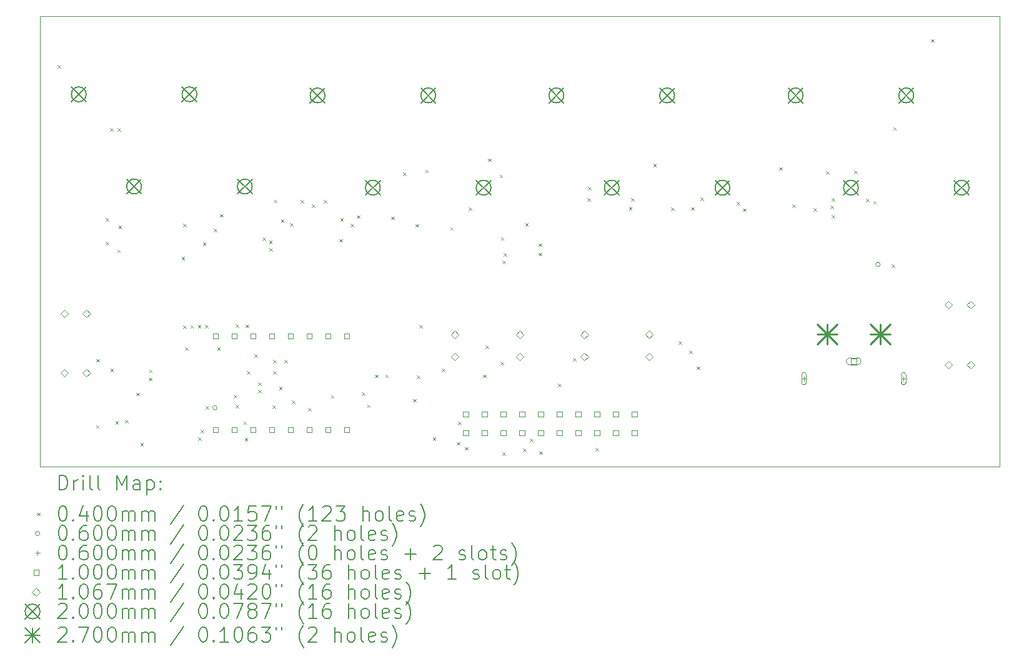
<source format=gbr>
%TF.GenerationSoftware,KiCad,Pcbnew,8.0.3*%
%TF.CreationDate,2025-06-04T14:18:51-07:00*%
%TF.ProjectId,Power_Distribution,506f7765-725f-4446-9973-747269627574,rev?*%
%TF.SameCoordinates,Original*%
%TF.FileFunction,Drillmap*%
%TF.FilePolarity,Positive*%
%FSLAX45Y45*%
G04 Gerber Fmt 4.5, Leading zero omitted, Abs format (unit mm)*
G04 Created by KiCad (PCBNEW 8.0.3) date 2025-06-04 14:18:51*
%MOMM*%
%LPD*%
G01*
G04 APERTURE LIST*
%ADD10C,0.100000*%
%ADD11C,0.200000*%
%ADD12C,0.106680*%
%ADD13C,0.270000*%
G04 APERTURE END LIST*
D10*
X8153640Y-5227320D02*
X21153640Y-5227320D01*
X21153640Y-11328920D01*
X8153640Y-11328920D01*
X8153640Y-5227320D01*
D11*
D10*
X8388000Y-5887000D02*
X8428000Y-5927000D01*
X8428000Y-5887000D02*
X8388000Y-5927000D01*
X8910000Y-10768000D02*
X8950000Y-10808000D01*
X8950000Y-10768000D02*
X8910000Y-10808000D01*
X8916000Y-9870000D02*
X8956000Y-9910000D01*
X8956000Y-9870000D02*
X8916000Y-9910000D01*
X9039400Y-8285800D02*
X9079400Y-8325800D01*
X9079400Y-8285800D02*
X9039400Y-8325800D01*
X9040000Y-7960000D02*
X9080000Y-8000000D01*
X9080000Y-7960000D02*
X9040000Y-8000000D01*
X9099247Y-6740895D02*
X9139247Y-6780895D01*
X9139247Y-6740895D02*
X9099247Y-6780895D01*
X9104000Y-10005000D02*
X9144000Y-10045000D01*
X9144000Y-10005000D02*
X9104000Y-10045000D01*
X9171113Y-10712113D02*
X9211113Y-10752113D01*
X9211113Y-10712113D02*
X9171113Y-10752113D01*
X9197000Y-8390000D02*
X9237000Y-8430000D01*
X9237000Y-8390000D02*
X9197000Y-8430000D01*
X9202000Y-6745000D02*
X9242000Y-6785000D01*
X9242000Y-6745000D02*
X9202000Y-6785000D01*
X9213482Y-8063000D02*
X9253482Y-8103000D01*
X9253482Y-8063000D02*
X9213482Y-8103000D01*
X9301800Y-10698800D02*
X9341800Y-10738800D01*
X9341800Y-10698800D02*
X9301800Y-10738800D01*
X9458000Y-10328000D02*
X9498000Y-10368000D01*
X9498000Y-10328000D02*
X9458000Y-10368000D01*
X9509596Y-11006800D02*
X9549596Y-11046800D01*
X9549596Y-11006800D02*
X9509596Y-11046800D01*
X9626000Y-10125000D02*
X9666000Y-10165000D01*
X9666000Y-10125000D02*
X9626000Y-10165000D01*
X9628000Y-10014000D02*
X9668000Y-10054000D01*
X9668000Y-10014000D02*
X9628000Y-10054000D01*
X10068100Y-8483920D02*
X10108100Y-8523920D01*
X10108100Y-8483920D02*
X10068100Y-8523920D01*
X10087050Y-8036880D02*
X10127050Y-8076880D01*
X10127050Y-8036880D02*
X10087050Y-8076880D01*
X10088000Y-9419000D02*
X10128000Y-9459000D01*
X10128000Y-9419000D02*
X10088000Y-9459000D01*
X10115680Y-9717291D02*
X10155680Y-9757291D01*
X10155680Y-9717291D02*
X10115680Y-9757291D01*
X10188170Y-9413512D02*
X10228170Y-9453512D01*
X10228170Y-9413512D02*
X10188170Y-9453512D01*
X10288487Y-9412712D02*
X10328487Y-9452712D01*
X10328487Y-9412712D02*
X10288487Y-9452712D01*
X10292000Y-10933000D02*
X10332000Y-10973000D01*
X10332000Y-10933000D02*
X10292000Y-10973000D01*
X10329000Y-10835000D02*
X10369000Y-10875000D01*
X10369000Y-10835000D02*
X10329000Y-10875000D01*
X10357240Y-8290880D02*
X10397240Y-8330880D01*
X10397240Y-8290880D02*
X10357240Y-8330880D01*
X10388707Y-9408230D02*
X10428707Y-9448230D01*
X10428707Y-9408230D02*
X10388707Y-9448230D01*
X10394347Y-10510501D02*
X10434347Y-10550501D01*
X10434347Y-10510501D02*
X10394347Y-10550501D01*
X10501860Y-8107611D02*
X10541860Y-8147611D01*
X10541860Y-8107611D02*
X10501860Y-8147611D01*
X10551982Y-9712741D02*
X10591982Y-9752741D01*
X10591982Y-9712741D02*
X10551982Y-9752741D01*
X10586615Y-7907134D02*
X10626615Y-7947134D01*
X10626615Y-7907134D02*
X10586615Y-7947134D01*
X10776830Y-10356600D02*
X10816830Y-10396600D01*
X10816830Y-10356600D02*
X10776830Y-10396600D01*
X10799063Y-9402756D02*
X10839063Y-9442756D01*
X10839063Y-9402756D02*
X10799063Y-9442756D01*
X10800400Y-10495600D02*
X10840400Y-10535600D01*
X10840400Y-10495600D02*
X10800400Y-10535600D01*
X10907522Y-10716880D02*
X10947522Y-10756880D01*
X10947522Y-10716880D02*
X10907522Y-10756880D01*
X10923529Y-10944782D02*
X10963529Y-10984782D01*
X10963529Y-10944782D02*
X10923529Y-10984782D01*
X10936000Y-9405000D02*
X10976000Y-9445000D01*
X10976000Y-9405000D02*
X10936000Y-9445000D01*
X10956289Y-10036631D02*
X10996289Y-10076631D01*
X10996289Y-10036631D02*
X10956289Y-10076631D01*
X11054400Y-9809800D02*
X11094400Y-9849800D01*
X11094400Y-9809800D02*
X11054400Y-9849800D01*
X11105200Y-10292400D02*
X11145200Y-10332400D01*
X11145200Y-10292400D02*
X11105200Y-10332400D01*
X11107829Y-10188171D02*
X11147829Y-10228171D01*
X11147829Y-10188171D02*
X11107829Y-10228171D01*
X11162254Y-8225759D02*
X11202254Y-8265759D01*
X11202254Y-8225759D02*
X11162254Y-8265759D01*
X11255000Y-8264000D02*
X11295000Y-8304000D01*
X11295000Y-8264000D02*
X11255000Y-8304000D01*
X11260204Y-8365654D02*
X11300204Y-8405654D01*
X11300204Y-8365654D02*
X11260204Y-8405654D01*
X11299302Y-10503508D02*
X11339302Y-10543508D01*
X11339302Y-10503508D02*
X11299302Y-10543508D01*
X11308400Y-9886000D02*
X11348400Y-9926000D01*
X11348400Y-9886000D02*
X11308400Y-9926000D01*
X11308400Y-10038400D02*
X11348400Y-10078400D01*
X11348400Y-10038400D02*
X11308400Y-10078400D01*
X11323000Y-7711000D02*
X11363000Y-7751000D01*
X11363000Y-7711000D02*
X11323000Y-7751000D01*
X11388667Y-10247560D02*
X11428667Y-10287560D01*
X11428667Y-10247560D02*
X11388667Y-10287560D01*
X11413963Y-7981463D02*
X11453963Y-8021463D01*
X11453963Y-7981463D02*
X11413963Y-8021463D01*
X11460800Y-9886000D02*
X11500800Y-9926000D01*
X11500800Y-9886000D02*
X11460800Y-9926000D01*
X11537000Y-8031800D02*
X11577000Y-8071800D01*
X11577000Y-8031800D02*
X11537000Y-8071800D01*
X11564560Y-10431370D02*
X11604560Y-10471370D01*
X11604560Y-10431370D02*
X11564560Y-10471370D01*
X11681713Y-7713713D02*
X11721713Y-7753713D01*
X11721713Y-7713713D02*
X11681713Y-7753713D01*
X11784000Y-10535000D02*
X11824000Y-10575000D01*
X11824000Y-10535000D02*
X11784000Y-10575000D01*
X11834026Y-7772526D02*
X11874026Y-7812526D01*
X11874026Y-7772526D02*
X11834026Y-7812526D01*
X11995736Y-7716046D02*
X12035736Y-7756046D01*
X12035736Y-7716046D02*
X11995736Y-7756046D01*
X12092500Y-10362500D02*
X12132500Y-10402500D01*
X12132500Y-10362500D02*
X12092500Y-10402500D01*
X12206901Y-8245040D02*
X12246901Y-8285040D01*
X12246901Y-8245040D02*
X12206901Y-8285040D01*
X12220000Y-7962500D02*
X12260000Y-8002500D01*
X12260000Y-7962500D02*
X12220000Y-8002500D01*
X12360280Y-8037817D02*
X12400280Y-8077817D01*
X12400280Y-8037817D02*
X12360280Y-8077817D01*
X12446000Y-7924000D02*
X12486000Y-7964000D01*
X12486000Y-7924000D02*
X12446000Y-7964000D01*
X12511180Y-10323170D02*
X12551180Y-10363170D01*
X12551180Y-10323170D02*
X12511180Y-10363170D01*
X12584000Y-10489000D02*
X12624000Y-10529000D01*
X12624000Y-10489000D02*
X12584000Y-10529000D01*
X12688000Y-10082000D02*
X12728000Y-10122000D01*
X12728000Y-10082000D02*
X12688000Y-10122000D01*
X12830000Y-10082000D02*
X12870000Y-10122000D01*
X12870000Y-10082000D02*
X12830000Y-10122000D01*
X12907500Y-7940000D02*
X12947500Y-7980000D01*
X12947500Y-7940000D02*
X12907500Y-7980000D01*
X13073000Y-7345040D02*
X13113000Y-7385040D01*
X13113000Y-7345040D02*
X13073000Y-7385040D01*
X13206000Y-10412560D02*
X13246000Y-10452560D01*
X13246000Y-10412560D02*
X13206000Y-10452560D01*
X13238800Y-8041960D02*
X13278800Y-8081960D01*
X13278800Y-8041960D02*
X13238800Y-8081960D01*
X13254000Y-10095000D02*
X13294000Y-10135000D01*
X13294000Y-10095000D02*
X13254000Y-10135000D01*
X13291000Y-9411000D02*
X13331000Y-9451000D01*
X13331000Y-9411000D02*
X13291000Y-9451000D01*
X13370000Y-7304560D02*
X13410000Y-7344560D01*
X13410000Y-7304560D02*
X13370000Y-7344560D01*
X13472440Y-10933440D02*
X13512440Y-10973440D01*
X13512440Y-10933440D02*
X13472440Y-10973440D01*
X13596831Y-10003880D02*
X13636831Y-10043880D01*
X13636831Y-10003880D02*
X13596831Y-10043880D01*
X13710551Y-8083987D02*
X13750551Y-8123987D01*
X13750551Y-8083987D02*
X13710551Y-8123987D01*
X13801000Y-10998000D02*
X13841000Y-11038000D01*
X13841000Y-10998000D02*
X13801000Y-11038000D01*
X13816210Y-10720057D02*
X13856210Y-10760057D01*
X13856210Y-10720057D02*
X13816210Y-10760057D01*
X13910204Y-11066040D02*
X13950204Y-11106040D01*
X13950204Y-11066040D02*
X13910204Y-11106040D01*
X13958000Y-7816000D02*
X13998000Y-7856000D01*
X13998000Y-7816000D02*
X13958000Y-7856000D01*
X14153000Y-10082000D02*
X14193000Y-10122000D01*
X14193000Y-10082000D02*
X14153000Y-10122000D01*
X14188000Y-9688000D02*
X14228000Y-9728000D01*
X14228000Y-9688000D02*
X14188000Y-9728000D01*
X14222000Y-7153440D02*
X14262000Y-7193440D01*
X14262000Y-7153440D02*
X14222000Y-7193440D01*
X14377943Y-7373240D02*
X14417943Y-7413240D01*
X14417943Y-7373240D02*
X14377943Y-7413240D01*
X14394104Y-9908900D02*
X14434104Y-9948900D01*
X14434104Y-9908900D02*
X14394104Y-9948900D01*
X14396000Y-8219000D02*
X14436000Y-8259000D01*
X14436000Y-8219000D02*
X14396000Y-8259000D01*
X14415736Y-11137782D02*
X14455736Y-11177782D01*
X14455736Y-11137782D02*
X14415736Y-11177782D01*
X14416000Y-8536000D02*
X14456000Y-8576000D01*
X14456000Y-8536000D02*
X14416000Y-8576000D01*
X14431040Y-8435726D02*
X14471040Y-8475726D01*
X14471040Y-8435726D02*
X14431040Y-8475726D01*
X14697559Y-11087790D02*
X14737559Y-11127790D01*
X14737559Y-11087790D02*
X14697559Y-11127790D01*
X14726387Y-8030433D02*
X14766387Y-8070433D01*
X14766387Y-8030433D02*
X14726387Y-8070433D01*
X14791000Y-10952000D02*
X14831000Y-10992000D01*
X14831000Y-10952000D02*
X14791000Y-10992000D01*
X14904800Y-8432119D02*
X14944800Y-8472119D01*
X14944800Y-8432119D02*
X14904800Y-8472119D01*
X14905590Y-8304496D02*
X14945590Y-8344496D01*
X14945590Y-8304496D02*
X14905590Y-8344496D01*
X14919000Y-11124000D02*
X14959000Y-11164000D01*
X14959000Y-11124000D02*
X14919000Y-11164000D01*
X15169000Y-10208000D02*
X15209000Y-10248000D01*
X15209000Y-10208000D02*
X15169000Y-10248000D01*
X15374268Y-9859442D02*
X15414268Y-9899442D01*
X15414268Y-9859442D02*
X15374268Y-9899442D01*
X15567374Y-7692200D02*
X15607374Y-7732200D01*
X15607374Y-7692200D02*
X15567374Y-7732200D01*
X15578440Y-7537003D02*
X15618440Y-7577003D01*
X15618440Y-7537003D02*
X15578440Y-7577003D01*
X15678000Y-11079000D02*
X15718000Y-11119000D01*
X15718000Y-11079000D02*
X15678000Y-11119000D01*
X16131560Y-7809654D02*
X16171560Y-7849654D01*
X16171560Y-7809654D02*
X16131560Y-7849654D01*
X16162000Y-7691000D02*
X16202000Y-7731000D01*
X16202000Y-7691000D02*
X16162000Y-7731000D01*
X16462000Y-7223440D02*
X16502000Y-7263440D01*
X16502000Y-7223440D02*
X16462000Y-7263440D01*
X16705000Y-7815000D02*
X16745000Y-7855000D01*
X16745000Y-7815000D02*
X16705000Y-7855000D01*
X16803000Y-9632000D02*
X16843000Y-9672000D01*
X16843000Y-9632000D02*
X16803000Y-9672000D01*
X16947200Y-9759000D02*
X16987200Y-9799000D01*
X16987200Y-9759000D02*
X16947200Y-9799000D01*
X16975440Y-7812819D02*
X17015440Y-7852819D01*
X17015440Y-7812819D02*
X16975440Y-7852819D01*
X17052000Y-9971730D02*
X17092000Y-10011730D01*
X17092000Y-9971730D02*
X17052000Y-10011730D01*
X17100657Y-7681483D02*
X17140657Y-7721483D01*
X17140657Y-7681483D02*
X17100657Y-7721483D01*
X17592000Y-7741000D02*
X17632000Y-7781000D01*
X17632000Y-7741000D02*
X17592000Y-7781000D01*
X17677720Y-7829720D02*
X17717720Y-7869720D01*
X17717720Y-7829720D02*
X17677720Y-7869720D01*
X18164503Y-7271090D02*
X18204503Y-7311090D01*
X18204503Y-7271090D02*
X18164503Y-7311090D01*
X18347000Y-7773000D02*
X18387000Y-7813000D01*
X18387000Y-7773000D02*
X18347000Y-7813000D01*
X18632000Y-7829000D02*
X18672000Y-7869000D01*
X18672000Y-7829000D02*
X18632000Y-7869000D01*
X18801000Y-7326000D02*
X18841000Y-7366000D01*
X18841000Y-7326000D02*
X18801000Y-7366000D01*
X18860407Y-7794549D02*
X18900407Y-7834549D01*
X18900407Y-7794549D02*
X18860407Y-7834549D01*
X18879037Y-7692263D02*
X18919037Y-7732263D01*
X18919037Y-7692263D02*
X18879037Y-7732263D01*
X18881000Y-7922000D02*
X18921000Y-7962000D01*
X18921000Y-7922000D02*
X18881000Y-7962000D01*
X19181000Y-7316000D02*
X19221000Y-7356000D01*
X19221000Y-7316000D02*
X19181000Y-7356000D01*
X19345000Y-7698000D02*
X19385000Y-7738000D01*
X19385000Y-7698000D02*
X19345000Y-7738000D01*
X19440684Y-7728144D02*
X19480684Y-7768144D01*
X19480684Y-7728144D02*
X19440684Y-7768144D01*
X19690400Y-8590600D02*
X19730400Y-8630600D01*
X19730400Y-8590600D02*
X19690400Y-8630600D01*
X19713305Y-6729000D02*
X19753305Y-6769000D01*
X19753305Y-6729000D02*
X19713305Y-6769000D01*
X20225000Y-5536000D02*
X20265000Y-5576000D01*
X20265000Y-5536000D02*
X20225000Y-5576000D01*
X10549657Y-10531986D02*
G75*
G02*
X10489657Y-10531986I-30000J0D01*
G01*
X10489657Y-10531986D02*
G75*
G02*
X10549657Y-10531986I30000J0D01*
G01*
X19534740Y-8590327D02*
G75*
G02*
X19474740Y-8590327I-30000J0D01*
G01*
X19474740Y-8590327D02*
G75*
G02*
X19534740Y-8590327I30000J0D01*
G01*
X18502000Y-10108000D02*
X18502000Y-10168000D01*
X18472000Y-10138000D02*
X18532000Y-10138000D01*
X18532000Y-10193000D02*
X18532000Y-10083000D01*
X18472000Y-10083000D02*
G75*
G02*
X18532000Y-10083000I30000J0D01*
G01*
X18472000Y-10083000D02*
X18472000Y-10193000D01*
X18472000Y-10193000D02*
G75*
G03*
X18532000Y-10193000I30000J0D01*
G01*
X19852000Y-10108000D02*
X19852000Y-10168000D01*
X19822000Y-10138000D02*
X19882000Y-10138000D01*
X19882000Y-10193000D02*
X19882000Y-10083000D01*
X19822000Y-10083000D02*
G75*
G02*
X19882000Y-10083000I30000J0D01*
G01*
X19822000Y-10083000D02*
X19822000Y-10193000D01*
X19822000Y-10193000D02*
G75*
G03*
X19882000Y-10193000I30000J0D01*
G01*
X10564356Y-9598556D02*
X10564356Y-9527844D01*
X10493644Y-9527844D01*
X10493644Y-9598556D01*
X10564356Y-9598556D01*
X10564356Y-10868556D02*
X10564356Y-10797844D01*
X10493644Y-10797844D01*
X10493644Y-10868556D01*
X10564356Y-10868556D01*
X10818356Y-9598556D02*
X10818356Y-9527844D01*
X10747644Y-9527844D01*
X10747644Y-9598556D01*
X10818356Y-9598556D01*
X10818356Y-10868556D02*
X10818356Y-10797844D01*
X10747644Y-10797844D01*
X10747644Y-10868556D01*
X10818356Y-10868556D01*
X11072356Y-9598556D02*
X11072356Y-9527844D01*
X11001644Y-9527844D01*
X11001644Y-9598556D01*
X11072356Y-9598556D01*
X11072356Y-10868556D02*
X11072356Y-10797844D01*
X11001644Y-10797844D01*
X11001644Y-10868556D01*
X11072356Y-10868556D01*
X11326356Y-9598556D02*
X11326356Y-9527844D01*
X11255644Y-9527844D01*
X11255644Y-9598556D01*
X11326356Y-9598556D01*
X11326356Y-10868556D02*
X11326356Y-10797844D01*
X11255644Y-10797844D01*
X11255644Y-10868556D01*
X11326356Y-10868556D01*
X11580356Y-9598556D02*
X11580356Y-9527844D01*
X11509644Y-9527844D01*
X11509644Y-9598556D01*
X11580356Y-9598556D01*
X11580356Y-10868556D02*
X11580356Y-10797844D01*
X11509644Y-10797844D01*
X11509644Y-10868556D01*
X11580356Y-10868556D01*
X11834356Y-9598556D02*
X11834356Y-9527844D01*
X11763644Y-9527844D01*
X11763644Y-9598556D01*
X11834356Y-9598556D01*
X11834356Y-10868556D02*
X11834356Y-10797844D01*
X11763644Y-10797844D01*
X11763644Y-10868556D01*
X11834356Y-10868556D01*
X12088356Y-9598556D02*
X12088356Y-9527844D01*
X12017644Y-9527844D01*
X12017644Y-9598556D01*
X12088356Y-9598556D01*
X12088356Y-10868556D02*
X12088356Y-10797844D01*
X12017644Y-10797844D01*
X12017644Y-10868556D01*
X12088356Y-10868556D01*
X12342356Y-9598556D02*
X12342356Y-9527844D01*
X12271644Y-9527844D01*
X12271644Y-9598556D01*
X12342356Y-9598556D01*
X12342356Y-10868556D02*
X12342356Y-10797844D01*
X12271644Y-10797844D01*
X12271644Y-10868556D01*
X12342356Y-10868556D01*
X13954356Y-10656356D02*
X13954356Y-10585644D01*
X13883644Y-10585644D01*
X13883644Y-10656356D01*
X13954356Y-10656356D01*
X13954356Y-10910356D02*
X13954356Y-10839644D01*
X13883644Y-10839644D01*
X13883644Y-10910356D01*
X13954356Y-10910356D01*
X14208356Y-10656356D02*
X14208356Y-10585644D01*
X14137644Y-10585644D01*
X14137644Y-10656356D01*
X14208356Y-10656356D01*
X14208356Y-10910356D02*
X14208356Y-10839644D01*
X14137644Y-10839644D01*
X14137644Y-10910356D01*
X14208356Y-10910356D01*
X14462356Y-10656356D02*
X14462356Y-10585644D01*
X14391644Y-10585644D01*
X14391644Y-10656356D01*
X14462356Y-10656356D01*
X14462356Y-10910356D02*
X14462356Y-10839644D01*
X14391644Y-10839644D01*
X14391644Y-10910356D01*
X14462356Y-10910356D01*
X14716356Y-10656356D02*
X14716356Y-10585644D01*
X14645644Y-10585644D01*
X14645644Y-10656356D01*
X14716356Y-10656356D01*
X14716356Y-10910356D02*
X14716356Y-10839644D01*
X14645644Y-10839644D01*
X14645644Y-10910356D01*
X14716356Y-10910356D01*
X14970356Y-10656356D02*
X14970356Y-10585644D01*
X14899644Y-10585644D01*
X14899644Y-10656356D01*
X14970356Y-10656356D01*
X14970356Y-10910356D02*
X14970356Y-10839644D01*
X14899644Y-10839644D01*
X14899644Y-10910356D01*
X14970356Y-10910356D01*
X15224356Y-10656356D02*
X15224356Y-10585644D01*
X15153644Y-10585644D01*
X15153644Y-10656356D01*
X15224356Y-10656356D01*
X15224356Y-10910356D02*
X15224356Y-10839644D01*
X15153644Y-10839644D01*
X15153644Y-10910356D01*
X15224356Y-10910356D01*
X15478356Y-10656356D02*
X15478356Y-10585644D01*
X15407644Y-10585644D01*
X15407644Y-10656356D01*
X15478356Y-10656356D01*
X15478356Y-10910356D02*
X15478356Y-10839644D01*
X15407644Y-10839644D01*
X15407644Y-10910356D01*
X15478356Y-10910356D01*
X15732356Y-10656356D02*
X15732356Y-10585644D01*
X15661644Y-10585644D01*
X15661644Y-10656356D01*
X15732356Y-10656356D01*
X15732356Y-10910356D02*
X15732356Y-10839644D01*
X15661644Y-10839644D01*
X15661644Y-10910356D01*
X15732356Y-10910356D01*
X15986356Y-10656356D02*
X15986356Y-10585644D01*
X15915644Y-10585644D01*
X15915644Y-10656356D01*
X15986356Y-10656356D01*
X15986356Y-10910356D02*
X15986356Y-10839644D01*
X15915644Y-10839644D01*
X15915644Y-10910356D01*
X15986356Y-10910356D01*
X16240356Y-10656356D02*
X16240356Y-10585644D01*
X16169644Y-10585644D01*
X16169644Y-10656356D01*
X16240356Y-10656356D01*
X16240356Y-10910356D02*
X16240356Y-10839644D01*
X16169644Y-10839644D01*
X16169644Y-10910356D01*
X16240356Y-10910356D01*
X19212356Y-9938356D02*
X19212356Y-9867644D01*
X19141644Y-9867644D01*
X19141644Y-9938356D01*
X19212356Y-9938356D01*
X19227000Y-9853000D02*
X19127000Y-9853000D01*
X19127000Y-9953000D02*
G75*
G02*
X19127000Y-9853000I0J50000D01*
G01*
X19127000Y-9953000D02*
X19227000Y-9953000D01*
X19227000Y-9953000D02*
G75*
G03*
X19227000Y-9853000I0J50000D01*
G01*
D12*
X8480000Y-9308340D02*
X8533340Y-9255000D01*
X8480000Y-9201660D01*
X8426660Y-9255000D01*
X8480000Y-9308340D01*
X8480000Y-10112340D02*
X8533340Y-10059000D01*
X8480000Y-10005660D01*
X8426660Y-10059000D01*
X8480000Y-10112340D01*
X8780000Y-9308340D02*
X8833340Y-9255000D01*
X8780000Y-9201660D01*
X8726660Y-9255000D01*
X8780000Y-9308340D01*
X8780000Y-10112340D02*
X8833340Y-10059000D01*
X8780000Y-10005660D01*
X8726660Y-10059000D01*
X8780000Y-10112340D01*
X13773320Y-9593340D02*
X13826660Y-9540000D01*
X13773320Y-9486660D01*
X13719980Y-9540000D01*
X13773320Y-9593340D01*
X13773320Y-9893340D02*
X13826660Y-9840000D01*
X13773320Y-9786660D01*
X13719980Y-9840000D01*
X13773320Y-9893340D01*
X14650880Y-9593340D02*
X14704220Y-9540000D01*
X14650880Y-9486660D01*
X14597540Y-9540000D01*
X14650880Y-9593340D01*
X14650880Y-9893340D02*
X14704220Y-9840000D01*
X14650880Y-9786660D01*
X14597540Y-9840000D01*
X14650880Y-9893340D01*
X15528440Y-9593340D02*
X15581780Y-9540000D01*
X15528440Y-9486660D01*
X15475100Y-9540000D01*
X15528440Y-9593340D01*
X15528440Y-9893340D02*
X15581780Y-9840000D01*
X15528440Y-9786660D01*
X15475100Y-9840000D01*
X15528440Y-9893340D01*
X16406000Y-9592340D02*
X16459340Y-9539000D01*
X16406000Y-9485660D01*
X16352660Y-9539000D01*
X16406000Y-9592340D01*
X16406000Y-9892340D02*
X16459340Y-9839000D01*
X16406000Y-9785660D01*
X16352660Y-9839000D01*
X16406000Y-9892340D01*
X20462000Y-9191340D02*
X20515340Y-9138000D01*
X20462000Y-9084660D01*
X20408660Y-9138000D01*
X20462000Y-9191340D01*
X20462000Y-10004340D02*
X20515340Y-9951000D01*
X20462000Y-9897660D01*
X20408660Y-9951000D01*
X20462000Y-10004340D01*
X20762000Y-9191340D02*
X20815340Y-9138000D01*
X20762000Y-9084660D01*
X20708660Y-9138000D01*
X20762000Y-9191340D01*
X20762000Y-10004340D02*
X20815340Y-9951000D01*
X20762000Y-9897660D01*
X20708660Y-9951000D01*
X20762000Y-10004340D01*
D11*
X8575240Y-6183960D02*
X8775240Y-6383960D01*
X8775240Y-6183960D02*
X8575240Y-6383960D01*
X8775240Y-6283960D02*
G75*
G02*
X8575240Y-6283960I-100000J0D01*
G01*
X8575240Y-6283960D02*
G75*
G02*
X8775240Y-6283960I100000J0D01*
G01*
X9325240Y-7433960D02*
X9525240Y-7633960D01*
X9525240Y-7433960D02*
X9325240Y-7633960D01*
X9525240Y-7533960D02*
G75*
G02*
X9325240Y-7533960I-100000J0D01*
G01*
X9325240Y-7533960D02*
G75*
G02*
X9525240Y-7533960I100000J0D01*
G01*
X10075240Y-6183960D02*
X10275240Y-6383960D01*
X10275240Y-6183960D02*
X10075240Y-6383960D01*
X10275240Y-6283960D02*
G75*
G02*
X10075240Y-6283960I-100000J0D01*
G01*
X10075240Y-6283960D02*
G75*
G02*
X10275240Y-6283960I100000J0D01*
G01*
X10825240Y-7433960D02*
X11025240Y-7633960D01*
X11025240Y-7433960D02*
X10825240Y-7633960D01*
X11025240Y-7533960D02*
G75*
G02*
X10825240Y-7533960I-100000J0D01*
G01*
X10825240Y-7533960D02*
G75*
G02*
X11025240Y-7533960I100000J0D01*
G01*
X11811200Y-6199200D02*
X12011200Y-6399200D01*
X12011200Y-6199200D02*
X11811200Y-6399200D01*
X12011200Y-6299200D02*
G75*
G02*
X11811200Y-6299200I-100000J0D01*
G01*
X11811200Y-6299200D02*
G75*
G02*
X12011200Y-6299200I100000J0D01*
G01*
X12561200Y-7449200D02*
X12761200Y-7649200D01*
X12761200Y-7449200D02*
X12561200Y-7649200D01*
X12761200Y-7549200D02*
G75*
G02*
X12561200Y-7549200I-100000J0D01*
G01*
X12561200Y-7549200D02*
G75*
G02*
X12761200Y-7549200I100000J0D01*
G01*
X13311200Y-6199200D02*
X13511200Y-6399200D01*
X13511200Y-6199200D02*
X13311200Y-6399200D01*
X13511200Y-6299200D02*
G75*
G02*
X13311200Y-6299200I-100000J0D01*
G01*
X13311200Y-6299200D02*
G75*
G02*
X13511200Y-6299200I100000J0D01*
G01*
X14061200Y-7449200D02*
X14261200Y-7649200D01*
X14261200Y-7449200D02*
X14061200Y-7649200D01*
X14261200Y-7549200D02*
G75*
G02*
X14061200Y-7549200I-100000J0D01*
G01*
X14061200Y-7549200D02*
G75*
G02*
X14261200Y-7549200I100000J0D01*
G01*
X15048560Y-6199200D02*
X15248560Y-6399200D01*
X15248560Y-6199200D02*
X15048560Y-6399200D01*
X15248560Y-6299200D02*
G75*
G02*
X15048560Y-6299200I-100000J0D01*
G01*
X15048560Y-6299200D02*
G75*
G02*
X15248560Y-6299200I100000J0D01*
G01*
X15798560Y-7449200D02*
X15998560Y-7649200D01*
X15998560Y-7449200D02*
X15798560Y-7649200D01*
X15998560Y-7549200D02*
G75*
G02*
X15798560Y-7549200I-100000J0D01*
G01*
X15798560Y-7549200D02*
G75*
G02*
X15998560Y-7549200I100000J0D01*
G01*
X16548560Y-6199200D02*
X16748560Y-6399200D01*
X16748560Y-6199200D02*
X16548560Y-6399200D01*
X16748560Y-6299200D02*
G75*
G02*
X16548560Y-6299200I-100000J0D01*
G01*
X16548560Y-6299200D02*
G75*
G02*
X16748560Y-6299200I100000J0D01*
G01*
X17298560Y-7449200D02*
X17498560Y-7649200D01*
X17498560Y-7449200D02*
X17298560Y-7649200D01*
X17498560Y-7549200D02*
G75*
G02*
X17298560Y-7549200I-100000J0D01*
G01*
X17298560Y-7549200D02*
G75*
G02*
X17498560Y-7549200I100000J0D01*
G01*
X18289600Y-6199200D02*
X18489600Y-6399200D01*
X18489600Y-6199200D02*
X18289600Y-6399200D01*
X18489600Y-6299200D02*
G75*
G02*
X18289600Y-6299200I-100000J0D01*
G01*
X18289600Y-6299200D02*
G75*
G02*
X18489600Y-6299200I100000J0D01*
G01*
X19039600Y-7449200D02*
X19239600Y-7649200D01*
X19239600Y-7449200D02*
X19039600Y-7649200D01*
X19239600Y-7549200D02*
G75*
G02*
X19039600Y-7549200I-100000J0D01*
G01*
X19039600Y-7549200D02*
G75*
G02*
X19239600Y-7549200I100000J0D01*
G01*
X19789600Y-6199200D02*
X19989600Y-6399200D01*
X19989600Y-6199200D02*
X19789600Y-6399200D01*
X19989600Y-6299200D02*
G75*
G02*
X19789600Y-6299200I-100000J0D01*
G01*
X19789600Y-6299200D02*
G75*
G02*
X19989600Y-6299200I100000J0D01*
G01*
X20539600Y-7449200D02*
X20739600Y-7649200D01*
X20739600Y-7449200D02*
X20539600Y-7649200D01*
X20739600Y-7549200D02*
G75*
G02*
X20539600Y-7549200I-100000J0D01*
G01*
X20539600Y-7549200D02*
G75*
G02*
X20739600Y-7549200I100000J0D01*
G01*
D13*
X18682000Y-9403000D02*
X18952000Y-9673000D01*
X18952000Y-9403000D02*
X18682000Y-9673000D01*
X18817000Y-9403000D02*
X18817000Y-9673000D01*
X18682000Y-9538000D02*
X18952000Y-9538000D01*
X19402000Y-9403000D02*
X19672000Y-9673000D01*
X19672000Y-9403000D02*
X19402000Y-9673000D01*
X19537000Y-9403000D02*
X19537000Y-9673000D01*
X19402000Y-9538000D02*
X19672000Y-9538000D01*
D11*
X8409417Y-11645404D02*
X8409417Y-11445404D01*
X8409417Y-11445404D02*
X8457036Y-11445404D01*
X8457036Y-11445404D02*
X8485607Y-11454928D01*
X8485607Y-11454928D02*
X8504655Y-11473975D01*
X8504655Y-11473975D02*
X8514179Y-11493023D01*
X8514179Y-11493023D02*
X8523703Y-11531118D01*
X8523703Y-11531118D02*
X8523703Y-11559689D01*
X8523703Y-11559689D02*
X8514179Y-11597785D01*
X8514179Y-11597785D02*
X8504655Y-11616832D01*
X8504655Y-11616832D02*
X8485607Y-11635880D01*
X8485607Y-11635880D02*
X8457036Y-11645404D01*
X8457036Y-11645404D02*
X8409417Y-11645404D01*
X8609417Y-11645404D02*
X8609417Y-11512070D01*
X8609417Y-11550166D02*
X8618941Y-11531118D01*
X8618941Y-11531118D02*
X8628464Y-11521594D01*
X8628464Y-11521594D02*
X8647512Y-11512070D01*
X8647512Y-11512070D02*
X8666560Y-11512070D01*
X8733226Y-11645404D02*
X8733226Y-11512070D01*
X8733226Y-11445404D02*
X8723703Y-11454928D01*
X8723703Y-11454928D02*
X8733226Y-11464451D01*
X8733226Y-11464451D02*
X8742750Y-11454928D01*
X8742750Y-11454928D02*
X8733226Y-11445404D01*
X8733226Y-11445404D02*
X8733226Y-11464451D01*
X8857036Y-11645404D02*
X8837988Y-11635880D01*
X8837988Y-11635880D02*
X8828464Y-11616832D01*
X8828464Y-11616832D02*
X8828464Y-11445404D01*
X8961798Y-11645404D02*
X8942750Y-11635880D01*
X8942750Y-11635880D02*
X8933226Y-11616832D01*
X8933226Y-11616832D02*
X8933226Y-11445404D01*
X9190369Y-11645404D02*
X9190369Y-11445404D01*
X9190369Y-11445404D02*
X9257036Y-11588261D01*
X9257036Y-11588261D02*
X9323703Y-11445404D01*
X9323703Y-11445404D02*
X9323703Y-11645404D01*
X9504655Y-11645404D02*
X9504655Y-11540642D01*
X9504655Y-11540642D02*
X9495131Y-11521594D01*
X9495131Y-11521594D02*
X9476084Y-11512070D01*
X9476084Y-11512070D02*
X9437988Y-11512070D01*
X9437988Y-11512070D02*
X9418941Y-11521594D01*
X9504655Y-11635880D02*
X9485607Y-11645404D01*
X9485607Y-11645404D02*
X9437988Y-11645404D01*
X9437988Y-11645404D02*
X9418941Y-11635880D01*
X9418941Y-11635880D02*
X9409417Y-11616832D01*
X9409417Y-11616832D02*
X9409417Y-11597785D01*
X9409417Y-11597785D02*
X9418941Y-11578737D01*
X9418941Y-11578737D02*
X9437988Y-11569213D01*
X9437988Y-11569213D02*
X9485607Y-11569213D01*
X9485607Y-11569213D02*
X9504655Y-11559689D01*
X9599893Y-11512070D02*
X9599893Y-11712070D01*
X9599893Y-11521594D02*
X9618941Y-11512070D01*
X9618941Y-11512070D02*
X9657036Y-11512070D01*
X9657036Y-11512070D02*
X9676084Y-11521594D01*
X9676084Y-11521594D02*
X9685607Y-11531118D01*
X9685607Y-11531118D02*
X9695131Y-11550166D01*
X9695131Y-11550166D02*
X9695131Y-11607308D01*
X9695131Y-11607308D02*
X9685607Y-11626356D01*
X9685607Y-11626356D02*
X9676084Y-11635880D01*
X9676084Y-11635880D02*
X9657036Y-11645404D01*
X9657036Y-11645404D02*
X9618941Y-11645404D01*
X9618941Y-11645404D02*
X9599893Y-11635880D01*
X9780845Y-11626356D02*
X9790369Y-11635880D01*
X9790369Y-11635880D02*
X9780845Y-11645404D01*
X9780845Y-11645404D02*
X9771322Y-11635880D01*
X9771322Y-11635880D02*
X9780845Y-11626356D01*
X9780845Y-11626356D02*
X9780845Y-11645404D01*
X9780845Y-11521594D02*
X9790369Y-11531118D01*
X9790369Y-11531118D02*
X9780845Y-11540642D01*
X9780845Y-11540642D02*
X9771322Y-11531118D01*
X9771322Y-11531118D02*
X9780845Y-11521594D01*
X9780845Y-11521594D02*
X9780845Y-11540642D01*
D10*
X8108640Y-11953920D02*
X8148640Y-11993920D01*
X8148640Y-11953920D02*
X8108640Y-11993920D01*
D11*
X8447512Y-11865404D02*
X8466560Y-11865404D01*
X8466560Y-11865404D02*
X8485607Y-11874928D01*
X8485607Y-11874928D02*
X8495131Y-11884451D01*
X8495131Y-11884451D02*
X8504655Y-11903499D01*
X8504655Y-11903499D02*
X8514179Y-11941594D01*
X8514179Y-11941594D02*
X8514179Y-11989213D01*
X8514179Y-11989213D02*
X8504655Y-12027308D01*
X8504655Y-12027308D02*
X8495131Y-12046356D01*
X8495131Y-12046356D02*
X8485607Y-12055880D01*
X8485607Y-12055880D02*
X8466560Y-12065404D01*
X8466560Y-12065404D02*
X8447512Y-12065404D01*
X8447512Y-12065404D02*
X8428464Y-12055880D01*
X8428464Y-12055880D02*
X8418941Y-12046356D01*
X8418941Y-12046356D02*
X8409417Y-12027308D01*
X8409417Y-12027308D02*
X8399893Y-11989213D01*
X8399893Y-11989213D02*
X8399893Y-11941594D01*
X8399893Y-11941594D02*
X8409417Y-11903499D01*
X8409417Y-11903499D02*
X8418941Y-11884451D01*
X8418941Y-11884451D02*
X8428464Y-11874928D01*
X8428464Y-11874928D02*
X8447512Y-11865404D01*
X8599893Y-12046356D02*
X8609417Y-12055880D01*
X8609417Y-12055880D02*
X8599893Y-12065404D01*
X8599893Y-12065404D02*
X8590369Y-12055880D01*
X8590369Y-12055880D02*
X8599893Y-12046356D01*
X8599893Y-12046356D02*
X8599893Y-12065404D01*
X8780845Y-11932070D02*
X8780845Y-12065404D01*
X8733226Y-11855880D02*
X8685607Y-11998737D01*
X8685607Y-11998737D02*
X8809417Y-11998737D01*
X8923703Y-11865404D02*
X8942750Y-11865404D01*
X8942750Y-11865404D02*
X8961798Y-11874928D01*
X8961798Y-11874928D02*
X8971322Y-11884451D01*
X8971322Y-11884451D02*
X8980845Y-11903499D01*
X8980845Y-11903499D02*
X8990369Y-11941594D01*
X8990369Y-11941594D02*
X8990369Y-11989213D01*
X8990369Y-11989213D02*
X8980845Y-12027308D01*
X8980845Y-12027308D02*
X8971322Y-12046356D01*
X8971322Y-12046356D02*
X8961798Y-12055880D01*
X8961798Y-12055880D02*
X8942750Y-12065404D01*
X8942750Y-12065404D02*
X8923703Y-12065404D01*
X8923703Y-12065404D02*
X8904655Y-12055880D01*
X8904655Y-12055880D02*
X8895131Y-12046356D01*
X8895131Y-12046356D02*
X8885607Y-12027308D01*
X8885607Y-12027308D02*
X8876084Y-11989213D01*
X8876084Y-11989213D02*
X8876084Y-11941594D01*
X8876084Y-11941594D02*
X8885607Y-11903499D01*
X8885607Y-11903499D02*
X8895131Y-11884451D01*
X8895131Y-11884451D02*
X8904655Y-11874928D01*
X8904655Y-11874928D02*
X8923703Y-11865404D01*
X9114179Y-11865404D02*
X9133226Y-11865404D01*
X9133226Y-11865404D02*
X9152274Y-11874928D01*
X9152274Y-11874928D02*
X9161798Y-11884451D01*
X9161798Y-11884451D02*
X9171322Y-11903499D01*
X9171322Y-11903499D02*
X9180845Y-11941594D01*
X9180845Y-11941594D02*
X9180845Y-11989213D01*
X9180845Y-11989213D02*
X9171322Y-12027308D01*
X9171322Y-12027308D02*
X9161798Y-12046356D01*
X9161798Y-12046356D02*
X9152274Y-12055880D01*
X9152274Y-12055880D02*
X9133226Y-12065404D01*
X9133226Y-12065404D02*
X9114179Y-12065404D01*
X9114179Y-12065404D02*
X9095131Y-12055880D01*
X9095131Y-12055880D02*
X9085607Y-12046356D01*
X9085607Y-12046356D02*
X9076084Y-12027308D01*
X9076084Y-12027308D02*
X9066560Y-11989213D01*
X9066560Y-11989213D02*
X9066560Y-11941594D01*
X9066560Y-11941594D02*
X9076084Y-11903499D01*
X9076084Y-11903499D02*
X9085607Y-11884451D01*
X9085607Y-11884451D02*
X9095131Y-11874928D01*
X9095131Y-11874928D02*
X9114179Y-11865404D01*
X9266560Y-12065404D02*
X9266560Y-11932070D01*
X9266560Y-11951118D02*
X9276084Y-11941594D01*
X9276084Y-11941594D02*
X9295131Y-11932070D01*
X9295131Y-11932070D02*
X9323703Y-11932070D01*
X9323703Y-11932070D02*
X9342750Y-11941594D01*
X9342750Y-11941594D02*
X9352274Y-11960642D01*
X9352274Y-11960642D02*
X9352274Y-12065404D01*
X9352274Y-11960642D02*
X9361798Y-11941594D01*
X9361798Y-11941594D02*
X9380845Y-11932070D01*
X9380845Y-11932070D02*
X9409417Y-11932070D01*
X9409417Y-11932070D02*
X9428465Y-11941594D01*
X9428465Y-11941594D02*
X9437988Y-11960642D01*
X9437988Y-11960642D02*
X9437988Y-12065404D01*
X9533226Y-12065404D02*
X9533226Y-11932070D01*
X9533226Y-11951118D02*
X9542750Y-11941594D01*
X9542750Y-11941594D02*
X9561798Y-11932070D01*
X9561798Y-11932070D02*
X9590369Y-11932070D01*
X9590369Y-11932070D02*
X9609417Y-11941594D01*
X9609417Y-11941594D02*
X9618941Y-11960642D01*
X9618941Y-11960642D02*
X9618941Y-12065404D01*
X9618941Y-11960642D02*
X9628465Y-11941594D01*
X9628465Y-11941594D02*
X9647512Y-11932070D01*
X9647512Y-11932070D02*
X9676084Y-11932070D01*
X9676084Y-11932070D02*
X9695131Y-11941594D01*
X9695131Y-11941594D02*
X9704655Y-11960642D01*
X9704655Y-11960642D02*
X9704655Y-12065404D01*
X10095131Y-11855880D02*
X9923703Y-12113023D01*
X10352274Y-11865404D02*
X10371322Y-11865404D01*
X10371322Y-11865404D02*
X10390369Y-11874928D01*
X10390369Y-11874928D02*
X10399893Y-11884451D01*
X10399893Y-11884451D02*
X10409417Y-11903499D01*
X10409417Y-11903499D02*
X10418941Y-11941594D01*
X10418941Y-11941594D02*
X10418941Y-11989213D01*
X10418941Y-11989213D02*
X10409417Y-12027308D01*
X10409417Y-12027308D02*
X10399893Y-12046356D01*
X10399893Y-12046356D02*
X10390369Y-12055880D01*
X10390369Y-12055880D02*
X10371322Y-12065404D01*
X10371322Y-12065404D02*
X10352274Y-12065404D01*
X10352274Y-12065404D02*
X10333227Y-12055880D01*
X10333227Y-12055880D02*
X10323703Y-12046356D01*
X10323703Y-12046356D02*
X10314179Y-12027308D01*
X10314179Y-12027308D02*
X10304655Y-11989213D01*
X10304655Y-11989213D02*
X10304655Y-11941594D01*
X10304655Y-11941594D02*
X10314179Y-11903499D01*
X10314179Y-11903499D02*
X10323703Y-11884451D01*
X10323703Y-11884451D02*
X10333227Y-11874928D01*
X10333227Y-11874928D02*
X10352274Y-11865404D01*
X10504655Y-12046356D02*
X10514179Y-12055880D01*
X10514179Y-12055880D02*
X10504655Y-12065404D01*
X10504655Y-12065404D02*
X10495131Y-12055880D01*
X10495131Y-12055880D02*
X10504655Y-12046356D01*
X10504655Y-12046356D02*
X10504655Y-12065404D01*
X10637988Y-11865404D02*
X10657036Y-11865404D01*
X10657036Y-11865404D02*
X10676084Y-11874928D01*
X10676084Y-11874928D02*
X10685608Y-11884451D01*
X10685608Y-11884451D02*
X10695131Y-11903499D01*
X10695131Y-11903499D02*
X10704655Y-11941594D01*
X10704655Y-11941594D02*
X10704655Y-11989213D01*
X10704655Y-11989213D02*
X10695131Y-12027308D01*
X10695131Y-12027308D02*
X10685608Y-12046356D01*
X10685608Y-12046356D02*
X10676084Y-12055880D01*
X10676084Y-12055880D02*
X10657036Y-12065404D01*
X10657036Y-12065404D02*
X10637988Y-12065404D01*
X10637988Y-12065404D02*
X10618941Y-12055880D01*
X10618941Y-12055880D02*
X10609417Y-12046356D01*
X10609417Y-12046356D02*
X10599893Y-12027308D01*
X10599893Y-12027308D02*
X10590369Y-11989213D01*
X10590369Y-11989213D02*
X10590369Y-11941594D01*
X10590369Y-11941594D02*
X10599893Y-11903499D01*
X10599893Y-11903499D02*
X10609417Y-11884451D01*
X10609417Y-11884451D02*
X10618941Y-11874928D01*
X10618941Y-11874928D02*
X10637988Y-11865404D01*
X10895131Y-12065404D02*
X10780846Y-12065404D01*
X10837988Y-12065404D02*
X10837988Y-11865404D01*
X10837988Y-11865404D02*
X10818941Y-11893975D01*
X10818941Y-11893975D02*
X10799893Y-11913023D01*
X10799893Y-11913023D02*
X10780846Y-11922547D01*
X11076084Y-11865404D02*
X10980846Y-11865404D01*
X10980846Y-11865404D02*
X10971322Y-11960642D01*
X10971322Y-11960642D02*
X10980846Y-11951118D01*
X10980846Y-11951118D02*
X10999893Y-11941594D01*
X10999893Y-11941594D02*
X11047512Y-11941594D01*
X11047512Y-11941594D02*
X11066560Y-11951118D01*
X11066560Y-11951118D02*
X11076084Y-11960642D01*
X11076084Y-11960642D02*
X11085608Y-11979689D01*
X11085608Y-11979689D02*
X11085608Y-12027308D01*
X11085608Y-12027308D02*
X11076084Y-12046356D01*
X11076084Y-12046356D02*
X11066560Y-12055880D01*
X11066560Y-12055880D02*
X11047512Y-12065404D01*
X11047512Y-12065404D02*
X10999893Y-12065404D01*
X10999893Y-12065404D02*
X10980846Y-12055880D01*
X10980846Y-12055880D02*
X10971322Y-12046356D01*
X11152274Y-11865404D02*
X11285607Y-11865404D01*
X11285607Y-11865404D02*
X11199893Y-12065404D01*
X11352274Y-11865404D02*
X11352274Y-11903499D01*
X11428465Y-11865404D02*
X11428465Y-11903499D01*
X11723703Y-12141594D02*
X11714179Y-12132070D01*
X11714179Y-12132070D02*
X11695131Y-12103499D01*
X11695131Y-12103499D02*
X11685608Y-12084451D01*
X11685608Y-12084451D02*
X11676084Y-12055880D01*
X11676084Y-12055880D02*
X11666560Y-12008261D01*
X11666560Y-12008261D02*
X11666560Y-11970166D01*
X11666560Y-11970166D02*
X11676084Y-11922547D01*
X11676084Y-11922547D02*
X11685608Y-11893975D01*
X11685608Y-11893975D02*
X11695131Y-11874928D01*
X11695131Y-11874928D02*
X11714179Y-11846356D01*
X11714179Y-11846356D02*
X11723703Y-11836832D01*
X11904655Y-12065404D02*
X11790369Y-12065404D01*
X11847512Y-12065404D02*
X11847512Y-11865404D01*
X11847512Y-11865404D02*
X11828465Y-11893975D01*
X11828465Y-11893975D02*
X11809417Y-11913023D01*
X11809417Y-11913023D02*
X11790369Y-11922547D01*
X11980846Y-11884451D02*
X11990369Y-11874928D01*
X11990369Y-11874928D02*
X12009417Y-11865404D01*
X12009417Y-11865404D02*
X12057036Y-11865404D01*
X12057036Y-11865404D02*
X12076084Y-11874928D01*
X12076084Y-11874928D02*
X12085608Y-11884451D01*
X12085608Y-11884451D02*
X12095131Y-11903499D01*
X12095131Y-11903499D02*
X12095131Y-11922547D01*
X12095131Y-11922547D02*
X12085608Y-11951118D01*
X12085608Y-11951118D02*
X11971322Y-12065404D01*
X11971322Y-12065404D02*
X12095131Y-12065404D01*
X12161798Y-11865404D02*
X12285608Y-11865404D01*
X12285608Y-11865404D02*
X12218941Y-11941594D01*
X12218941Y-11941594D02*
X12247512Y-11941594D01*
X12247512Y-11941594D02*
X12266560Y-11951118D01*
X12266560Y-11951118D02*
X12276084Y-11960642D01*
X12276084Y-11960642D02*
X12285608Y-11979689D01*
X12285608Y-11979689D02*
X12285608Y-12027308D01*
X12285608Y-12027308D02*
X12276084Y-12046356D01*
X12276084Y-12046356D02*
X12266560Y-12055880D01*
X12266560Y-12055880D02*
X12247512Y-12065404D01*
X12247512Y-12065404D02*
X12190369Y-12065404D01*
X12190369Y-12065404D02*
X12171322Y-12055880D01*
X12171322Y-12055880D02*
X12161798Y-12046356D01*
X12523703Y-12065404D02*
X12523703Y-11865404D01*
X12609417Y-12065404D02*
X12609417Y-11960642D01*
X12609417Y-11960642D02*
X12599893Y-11941594D01*
X12599893Y-11941594D02*
X12580846Y-11932070D01*
X12580846Y-11932070D02*
X12552274Y-11932070D01*
X12552274Y-11932070D02*
X12533227Y-11941594D01*
X12533227Y-11941594D02*
X12523703Y-11951118D01*
X12733227Y-12065404D02*
X12714179Y-12055880D01*
X12714179Y-12055880D02*
X12704655Y-12046356D01*
X12704655Y-12046356D02*
X12695131Y-12027308D01*
X12695131Y-12027308D02*
X12695131Y-11970166D01*
X12695131Y-11970166D02*
X12704655Y-11951118D01*
X12704655Y-11951118D02*
X12714179Y-11941594D01*
X12714179Y-11941594D02*
X12733227Y-11932070D01*
X12733227Y-11932070D02*
X12761798Y-11932070D01*
X12761798Y-11932070D02*
X12780846Y-11941594D01*
X12780846Y-11941594D02*
X12790370Y-11951118D01*
X12790370Y-11951118D02*
X12799893Y-11970166D01*
X12799893Y-11970166D02*
X12799893Y-12027308D01*
X12799893Y-12027308D02*
X12790370Y-12046356D01*
X12790370Y-12046356D02*
X12780846Y-12055880D01*
X12780846Y-12055880D02*
X12761798Y-12065404D01*
X12761798Y-12065404D02*
X12733227Y-12065404D01*
X12914179Y-12065404D02*
X12895131Y-12055880D01*
X12895131Y-12055880D02*
X12885608Y-12036832D01*
X12885608Y-12036832D02*
X12885608Y-11865404D01*
X13066560Y-12055880D02*
X13047512Y-12065404D01*
X13047512Y-12065404D02*
X13009417Y-12065404D01*
X13009417Y-12065404D02*
X12990370Y-12055880D01*
X12990370Y-12055880D02*
X12980846Y-12036832D01*
X12980846Y-12036832D02*
X12980846Y-11960642D01*
X12980846Y-11960642D02*
X12990370Y-11941594D01*
X12990370Y-11941594D02*
X13009417Y-11932070D01*
X13009417Y-11932070D02*
X13047512Y-11932070D01*
X13047512Y-11932070D02*
X13066560Y-11941594D01*
X13066560Y-11941594D02*
X13076084Y-11960642D01*
X13076084Y-11960642D02*
X13076084Y-11979689D01*
X13076084Y-11979689D02*
X12980846Y-11998737D01*
X13152274Y-12055880D02*
X13171322Y-12065404D01*
X13171322Y-12065404D02*
X13209417Y-12065404D01*
X13209417Y-12065404D02*
X13228465Y-12055880D01*
X13228465Y-12055880D02*
X13237989Y-12036832D01*
X13237989Y-12036832D02*
X13237989Y-12027308D01*
X13237989Y-12027308D02*
X13228465Y-12008261D01*
X13228465Y-12008261D02*
X13209417Y-11998737D01*
X13209417Y-11998737D02*
X13180846Y-11998737D01*
X13180846Y-11998737D02*
X13161798Y-11989213D01*
X13161798Y-11989213D02*
X13152274Y-11970166D01*
X13152274Y-11970166D02*
X13152274Y-11960642D01*
X13152274Y-11960642D02*
X13161798Y-11941594D01*
X13161798Y-11941594D02*
X13180846Y-11932070D01*
X13180846Y-11932070D02*
X13209417Y-11932070D01*
X13209417Y-11932070D02*
X13228465Y-11941594D01*
X13304655Y-12141594D02*
X13314179Y-12132070D01*
X13314179Y-12132070D02*
X13333227Y-12103499D01*
X13333227Y-12103499D02*
X13342751Y-12084451D01*
X13342751Y-12084451D02*
X13352274Y-12055880D01*
X13352274Y-12055880D02*
X13361798Y-12008261D01*
X13361798Y-12008261D02*
X13361798Y-11970166D01*
X13361798Y-11970166D02*
X13352274Y-11922547D01*
X13352274Y-11922547D02*
X13342751Y-11893975D01*
X13342751Y-11893975D02*
X13333227Y-11874928D01*
X13333227Y-11874928D02*
X13314179Y-11846356D01*
X13314179Y-11846356D02*
X13304655Y-11836832D01*
D10*
X8148640Y-12237920D02*
G75*
G02*
X8088640Y-12237920I-30000J0D01*
G01*
X8088640Y-12237920D02*
G75*
G02*
X8148640Y-12237920I30000J0D01*
G01*
D11*
X8447512Y-12129404D02*
X8466560Y-12129404D01*
X8466560Y-12129404D02*
X8485607Y-12138928D01*
X8485607Y-12138928D02*
X8495131Y-12148451D01*
X8495131Y-12148451D02*
X8504655Y-12167499D01*
X8504655Y-12167499D02*
X8514179Y-12205594D01*
X8514179Y-12205594D02*
X8514179Y-12253213D01*
X8514179Y-12253213D02*
X8504655Y-12291308D01*
X8504655Y-12291308D02*
X8495131Y-12310356D01*
X8495131Y-12310356D02*
X8485607Y-12319880D01*
X8485607Y-12319880D02*
X8466560Y-12329404D01*
X8466560Y-12329404D02*
X8447512Y-12329404D01*
X8447512Y-12329404D02*
X8428464Y-12319880D01*
X8428464Y-12319880D02*
X8418941Y-12310356D01*
X8418941Y-12310356D02*
X8409417Y-12291308D01*
X8409417Y-12291308D02*
X8399893Y-12253213D01*
X8399893Y-12253213D02*
X8399893Y-12205594D01*
X8399893Y-12205594D02*
X8409417Y-12167499D01*
X8409417Y-12167499D02*
X8418941Y-12148451D01*
X8418941Y-12148451D02*
X8428464Y-12138928D01*
X8428464Y-12138928D02*
X8447512Y-12129404D01*
X8599893Y-12310356D02*
X8609417Y-12319880D01*
X8609417Y-12319880D02*
X8599893Y-12329404D01*
X8599893Y-12329404D02*
X8590369Y-12319880D01*
X8590369Y-12319880D02*
X8599893Y-12310356D01*
X8599893Y-12310356D02*
X8599893Y-12329404D01*
X8780845Y-12129404D02*
X8742750Y-12129404D01*
X8742750Y-12129404D02*
X8723703Y-12138928D01*
X8723703Y-12138928D02*
X8714179Y-12148451D01*
X8714179Y-12148451D02*
X8695131Y-12177023D01*
X8695131Y-12177023D02*
X8685607Y-12215118D01*
X8685607Y-12215118D02*
X8685607Y-12291308D01*
X8685607Y-12291308D02*
X8695131Y-12310356D01*
X8695131Y-12310356D02*
X8704655Y-12319880D01*
X8704655Y-12319880D02*
X8723703Y-12329404D01*
X8723703Y-12329404D02*
X8761798Y-12329404D01*
X8761798Y-12329404D02*
X8780845Y-12319880D01*
X8780845Y-12319880D02*
X8790369Y-12310356D01*
X8790369Y-12310356D02*
X8799893Y-12291308D01*
X8799893Y-12291308D02*
X8799893Y-12243689D01*
X8799893Y-12243689D02*
X8790369Y-12224642D01*
X8790369Y-12224642D02*
X8780845Y-12215118D01*
X8780845Y-12215118D02*
X8761798Y-12205594D01*
X8761798Y-12205594D02*
X8723703Y-12205594D01*
X8723703Y-12205594D02*
X8704655Y-12215118D01*
X8704655Y-12215118D02*
X8695131Y-12224642D01*
X8695131Y-12224642D02*
X8685607Y-12243689D01*
X8923703Y-12129404D02*
X8942750Y-12129404D01*
X8942750Y-12129404D02*
X8961798Y-12138928D01*
X8961798Y-12138928D02*
X8971322Y-12148451D01*
X8971322Y-12148451D02*
X8980845Y-12167499D01*
X8980845Y-12167499D02*
X8990369Y-12205594D01*
X8990369Y-12205594D02*
X8990369Y-12253213D01*
X8990369Y-12253213D02*
X8980845Y-12291308D01*
X8980845Y-12291308D02*
X8971322Y-12310356D01*
X8971322Y-12310356D02*
X8961798Y-12319880D01*
X8961798Y-12319880D02*
X8942750Y-12329404D01*
X8942750Y-12329404D02*
X8923703Y-12329404D01*
X8923703Y-12329404D02*
X8904655Y-12319880D01*
X8904655Y-12319880D02*
X8895131Y-12310356D01*
X8895131Y-12310356D02*
X8885607Y-12291308D01*
X8885607Y-12291308D02*
X8876084Y-12253213D01*
X8876084Y-12253213D02*
X8876084Y-12205594D01*
X8876084Y-12205594D02*
X8885607Y-12167499D01*
X8885607Y-12167499D02*
X8895131Y-12148451D01*
X8895131Y-12148451D02*
X8904655Y-12138928D01*
X8904655Y-12138928D02*
X8923703Y-12129404D01*
X9114179Y-12129404D02*
X9133226Y-12129404D01*
X9133226Y-12129404D02*
X9152274Y-12138928D01*
X9152274Y-12138928D02*
X9161798Y-12148451D01*
X9161798Y-12148451D02*
X9171322Y-12167499D01*
X9171322Y-12167499D02*
X9180845Y-12205594D01*
X9180845Y-12205594D02*
X9180845Y-12253213D01*
X9180845Y-12253213D02*
X9171322Y-12291308D01*
X9171322Y-12291308D02*
X9161798Y-12310356D01*
X9161798Y-12310356D02*
X9152274Y-12319880D01*
X9152274Y-12319880D02*
X9133226Y-12329404D01*
X9133226Y-12329404D02*
X9114179Y-12329404D01*
X9114179Y-12329404D02*
X9095131Y-12319880D01*
X9095131Y-12319880D02*
X9085607Y-12310356D01*
X9085607Y-12310356D02*
X9076084Y-12291308D01*
X9076084Y-12291308D02*
X9066560Y-12253213D01*
X9066560Y-12253213D02*
X9066560Y-12205594D01*
X9066560Y-12205594D02*
X9076084Y-12167499D01*
X9076084Y-12167499D02*
X9085607Y-12148451D01*
X9085607Y-12148451D02*
X9095131Y-12138928D01*
X9095131Y-12138928D02*
X9114179Y-12129404D01*
X9266560Y-12329404D02*
X9266560Y-12196070D01*
X9266560Y-12215118D02*
X9276084Y-12205594D01*
X9276084Y-12205594D02*
X9295131Y-12196070D01*
X9295131Y-12196070D02*
X9323703Y-12196070D01*
X9323703Y-12196070D02*
X9342750Y-12205594D01*
X9342750Y-12205594D02*
X9352274Y-12224642D01*
X9352274Y-12224642D02*
X9352274Y-12329404D01*
X9352274Y-12224642D02*
X9361798Y-12205594D01*
X9361798Y-12205594D02*
X9380845Y-12196070D01*
X9380845Y-12196070D02*
X9409417Y-12196070D01*
X9409417Y-12196070D02*
X9428465Y-12205594D01*
X9428465Y-12205594D02*
X9437988Y-12224642D01*
X9437988Y-12224642D02*
X9437988Y-12329404D01*
X9533226Y-12329404D02*
X9533226Y-12196070D01*
X9533226Y-12215118D02*
X9542750Y-12205594D01*
X9542750Y-12205594D02*
X9561798Y-12196070D01*
X9561798Y-12196070D02*
X9590369Y-12196070D01*
X9590369Y-12196070D02*
X9609417Y-12205594D01*
X9609417Y-12205594D02*
X9618941Y-12224642D01*
X9618941Y-12224642D02*
X9618941Y-12329404D01*
X9618941Y-12224642D02*
X9628465Y-12205594D01*
X9628465Y-12205594D02*
X9647512Y-12196070D01*
X9647512Y-12196070D02*
X9676084Y-12196070D01*
X9676084Y-12196070D02*
X9695131Y-12205594D01*
X9695131Y-12205594D02*
X9704655Y-12224642D01*
X9704655Y-12224642D02*
X9704655Y-12329404D01*
X10095131Y-12119880D02*
X9923703Y-12377023D01*
X10352274Y-12129404D02*
X10371322Y-12129404D01*
X10371322Y-12129404D02*
X10390369Y-12138928D01*
X10390369Y-12138928D02*
X10399893Y-12148451D01*
X10399893Y-12148451D02*
X10409417Y-12167499D01*
X10409417Y-12167499D02*
X10418941Y-12205594D01*
X10418941Y-12205594D02*
X10418941Y-12253213D01*
X10418941Y-12253213D02*
X10409417Y-12291308D01*
X10409417Y-12291308D02*
X10399893Y-12310356D01*
X10399893Y-12310356D02*
X10390369Y-12319880D01*
X10390369Y-12319880D02*
X10371322Y-12329404D01*
X10371322Y-12329404D02*
X10352274Y-12329404D01*
X10352274Y-12329404D02*
X10333227Y-12319880D01*
X10333227Y-12319880D02*
X10323703Y-12310356D01*
X10323703Y-12310356D02*
X10314179Y-12291308D01*
X10314179Y-12291308D02*
X10304655Y-12253213D01*
X10304655Y-12253213D02*
X10304655Y-12205594D01*
X10304655Y-12205594D02*
X10314179Y-12167499D01*
X10314179Y-12167499D02*
X10323703Y-12148451D01*
X10323703Y-12148451D02*
X10333227Y-12138928D01*
X10333227Y-12138928D02*
X10352274Y-12129404D01*
X10504655Y-12310356D02*
X10514179Y-12319880D01*
X10514179Y-12319880D02*
X10504655Y-12329404D01*
X10504655Y-12329404D02*
X10495131Y-12319880D01*
X10495131Y-12319880D02*
X10504655Y-12310356D01*
X10504655Y-12310356D02*
X10504655Y-12329404D01*
X10637988Y-12129404D02*
X10657036Y-12129404D01*
X10657036Y-12129404D02*
X10676084Y-12138928D01*
X10676084Y-12138928D02*
X10685608Y-12148451D01*
X10685608Y-12148451D02*
X10695131Y-12167499D01*
X10695131Y-12167499D02*
X10704655Y-12205594D01*
X10704655Y-12205594D02*
X10704655Y-12253213D01*
X10704655Y-12253213D02*
X10695131Y-12291308D01*
X10695131Y-12291308D02*
X10685608Y-12310356D01*
X10685608Y-12310356D02*
X10676084Y-12319880D01*
X10676084Y-12319880D02*
X10657036Y-12329404D01*
X10657036Y-12329404D02*
X10637988Y-12329404D01*
X10637988Y-12329404D02*
X10618941Y-12319880D01*
X10618941Y-12319880D02*
X10609417Y-12310356D01*
X10609417Y-12310356D02*
X10599893Y-12291308D01*
X10599893Y-12291308D02*
X10590369Y-12253213D01*
X10590369Y-12253213D02*
X10590369Y-12205594D01*
X10590369Y-12205594D02*
X10599893Y-12167499D01*
X10599893Y-12167499D02*
X10609417Y-12148451D01*
X10609417Y-12148451D02*
X10618941Y-12138928D01*
X10618941Y-12138928D02*
X10637988Y-12129404D01*
X10780846Y-12148451D02*
X10790369Y-12138928D01*
X10790369Y-12138928D02*
X10809417Y-12129404D01*
X10809417Y-12129404D02*
X10857036Y-12129404D01*
X10857036Y-12129404D02*
X10876084Y-12138928D01*
X10876084Y-12138928D02*
X10885608Y-12148451D01*
X10885608Y-12148451D02*
X10895131Y-12167499D01*
X10895131Y-12167499D02*
X10895131Y-12186547D01*
X10895131Y-12186547D02*
X10885608Y-12215118D01*
X10885608Y-12215118D02*
X10771322Y-12329404D01*
X10771322Y-12329404D02*
X10895131Y-12329404D01*
X10961798Y-12129404D02*
X11085608Y-12129404D01*
X11085608Y-12129404D02*
X11018941Y-12205594D01*
X11018941Y-12205594D02*
X11047512Y-12205594D01*
X11047512Y-12205594D02*
X11066560Y-12215118D01*
X11066560Y-12215118D02*
X11076084Y-12224642D01*
X11076084Y-12224642D02*
X11085608Y-12243689D01*
X11085608Y-12243689D02*
X11085608Y-12291308D01*
X11085608Y-12291308D02*
X11076084Y-12310356D01*
X11076084Y-12310356D02*
X11066560Y-12319880D01*
X11066560Y-12319880D02*
X11047512Y-12329404D01*
X11047512Y-12329404D02*
X10990369Y-12329404D01*
X10990369Y-12329404D02*
X10971322Y-12319880D01*
X10971322Y-12319880D02*
X10961798Y-12310356D01*
X11257036Y-12129404D02*
X11218941Y-12129404D01*
X11218941Y-12129404D02*
X11199893Y-12138928D01*
X11199893Y-12138928D02*
X11190369Y-12148451D01*
X11190369Y-12148451D02*
X11171322Y-12177023D01*
X11171322Y-12177023D02*
X11161798Y-12215118D01*
X11161798Y-12215118D02*
X11161798Y-12291308D01*
X11161798Y-12291308D02*
X11171322Y-12310356D01*
X11171322Y-12310356D02*
X11180846Y-12319880D01*
X11180846Y-12319880D02*
X11199893Y-12329404D01*
X11199893Y-12329404D02*
X11237988Y-12329404D01*
X11237988Y-12329404D02*
X11257036Y-12319880D01*
X11257036Y-12319880D02*
X11266560Y-12310356D01*
X11266560Y-12310356D02*
X11276084Y-12291308D01*
X11276084Y-12291308D02*
X11276084Y-12243689D01*
X11276084Y-12243689D02*
X11266560Y-12224642D01*
X11266560Y-12224642D02*
X11257036Y-12215118D01*
X11257036Y-12215118D02*
X11237988Y-12205594D01*
X11237988Y-12205594D02*
X11199893Y-12205594D01*
X11199893Y-12205594D02*
X11180846Y-12215118D01*
X11180846Y-12215118D02*
X11171322Y-12224642D01*
X11171322Y-12224642D02*
X11161798Y-12243689D01*
X11352274Y-12129404D02*
X11352274Y-12167499D01*
X11428465Y-12129404D02*
X11428465Y-12167499D01*
X11723703Y-12405594D02*
X11714179Y-12396070D01*
X11714179Y-12396070D02*
X11695131Y-12367499D01*
X11695131Y-12367499D02*
X11685608Y-12348451D01*
X11685608Y-12348451D02*
X11676084Y-12319880D01*
X11676084Y-12319880D02*
X11666560Y-12272261D01*
X11666560Y-12272261D02*
X11666560Y-12234166D01*
X11666560Y-12234166D02*
X11676084Y-12186547D01*
X11676084Y-12186547D02*
X11685608Y-12157975D01*
X11685608Y-12157975D02*
X11695131Y-12138928D01*
X11695131Y-12138928D02*
X11714179Y-12110356D01*
X11714179Y-12110356D02*
X11723703Y-12100832D01*
X11790369Y-12148451D02*
X11799893Y-12138928D01*
X11799893Y-12138928D02*
X11818941Y-12129404D01*
X11818941Y-12129404D02*
X11866560Y-12129404D01*
X11866560Y-12129404D02*
X11885608Y-12138928D01*
X11885608Y-12138928D02*
X11895131Y-12148451D01*
X11895131Y-12148451D02*
X11904655Y-12167499D01*
X11904655Y-12167499D02*
X11904655Y-12186547D01*
X11904655Y-12186547D02*
X11895131Y-12215118D01*
X11895131Y-12215118D02*
X11780846Y-12329404D01*
X11780846Y-12329404D02*
X11904655Y-12329404D01*
X12142750Y-12329404D02*
X12142750Y-12129404D01*
X12228465Y-12329404D02*
X12228465Y-12224642D01*
X12228465Y-12224642D02*
X12218941Y-12205594D01*
X12218941Y-12205594D02*
X12199893Y-12196070D01*
X12199893Y-12196070D02*
X12171322Y-12196070D01*
X12171322Y-12196070D02*
X12152274Y-12205594D01*
X12152274Y-12205594D02*
X12142750Y-12215118D01*
X12352274Y-12329404D02*
X12333227Y-12319880D01*
X12333227Y-12319880D02*
X12323703Y-12310356D01*
X12323703Y-12310356D02*
X12314179Y-12291308D01*
X12314179Y-12291308D02*
X12314179Y-12234166D01*
X12314179Y-12234166D02*
X12323703Y-12215118D01*
X12323703Y-12215118D02*
X12333227Y-12205594D01*
X12333227Y-12205594D02*
X12352274Y-12196070D01*
X12352274Y-12196070D02*
X12380846Y-12196070D01*
X12380846Y-12196070D02*
X12399893Y-12205594D01*
X12399893Y-12205594D02*
X12409417Y-12215118D01*
X12409417Y-12215118D02*
X12418941Y-12234166D01*
X12418941Y-12234166D02*
X12418941Y-12291308D01*
X12418941Y-12291308D02*
X12409417Y-12310356D01*
X12409417Y-12310356D02*
X12399893Y-12319880D01*
X12399893Y-12319880D02*
X12380846Y-12329404D01*
X12380846Y-12329404D02*
X12352274Y-12329404D01*
X12533227Y-12329404D02*
X12514179Y-12319880D01*
X12514179Y-12319880D02*
X12504655Y-12300832D01*
X12504655Y-12300832D02*
X12504655Y-12129404D01*
X12685608Y-12319880D02*
X12666560Y-12329404D01*
X12666560Y-12329404D02*
X12628465Y-12329404D01*
X12628465Y-12329404D02*
X12609417Y-12319880D01*
X12609417Y-12319880D02*
X12599893Y-12300832D01*
X12599893Y-12300832D02*
X12599893Y-12224642D01*
X12599893Y-12224642D02*
X12609417Y-12205594D01*
X12609417Y-12205594D02*
X12628465Y-12196070D01*
X12628465Y-12196070D02*
X12666560Y-12196070D01*
X12666560Y-12196070D02*
X12685608Y-12205594D01*
X12685608Y-12205594D02*
X12695131Y-12224642D01*
X12695131Y-12224642D02*
X12695131Y-12243689D01*
X12695131Y-12243689D02*
X12599893Y-12262737D01*
X12771322Y-12319880D02*
X12790370Y-12329404D01*
X12790370Y-12329404D02*
X12828465Y-12329404D01*
X12828465Y-12329404D02*
X12847512Y-12319880D01*
X12847512Y-12319880D02*
X12857036Y-12300832D01*
X12857036Y-12300832D02*
X12857036Y-12291308D01*
X12857036Y-12291308D02*
X12847512Y-12272261D01*
X12847512Y-12272261D02*
X12828465Y-12262737D01*
X12828465Y-12262737D02*
X12799893Y-12262737D01*
X12799893Y-12262737D02*
X12780846Y-12253213D01*
X12780846Y-12253213D02*
X12771322Y-12234166D01*
X12771322Y-12234166D02*
X12771322Y-12224642D01*
X12771322Y-12224642D02*
X12780846Y-12205594D01*
X12780846Y-12205594D02*
X12799893Y-12196070D01*
X12799893Y-12196070D02*
X12828465Y-12196070D01*
X12828465Y-12196070D02*
X12847512Y-12205594D01*
X12923703Y-12405594D02*
X12933227Y-12396070D01*
X12933227Y-12396070D02*
X12952274Y-12367499D01*
X12952274Y-12367499D02*
X12961798Y-12348451D01*
X12961798Y-12348451D02*
X12971322Y-12319880D01*
X12971322Y-12319880D02*
X12980846Y-12272261D01*
X12980846Y-12272261D02*
X12980846Y-12234166D01*
X12980846Y-12234166D02*
X12971322Y-12186547D01*
X12971322Y-12186547D02*
X12961798Y-12157975D01*
X12961798Y-12157975D02*
X12952274Y-12138928D01*
X12952274Y-12138928D02*
X12933227Y-12110356D01*
X12933227Y-12110356D02*
X12923703Y-12100832D01*
D10*
X8118640Y-12471920D02*
X8118640Y-12531920D01*
X8088640Y-12501920D02*
X8148640Y-12501920D01*
D11*
X8447512Y-12393404D02*
X8466560Y-12393404D01*
X8466560Y-12393404D02*
X8485607Y-12402928D01*
X8485607Y-12402928D02*
X8495131Y-12412451D01*
X8495131Y-12412451D02*
X8504655Y-12431499D01*
X8504655Y-12431499D02*
X8514179Y-12469594D01*
X8514179Y-12469594D02*
X8514179Y-12517213D01*
X8514179Y-12517213D02*
X8504655Y-12555308D01*
X8504655Y-12555308D02*
X8495131Y-12574356D01*
X8495131Y-12574356D02*
X8485607Y-12583880D01*
X8485607Y-12583880D02*
X8466560Y-12593404D01*
X8466560Y-12593404D02*
X8447512Y-12593404D01*
X8447512Y-12593404D02*
X8428464Y-12583880D01*
X8428464Y-12583880D02*
X8418941Y-12574356D01*
X8418941Y-12574356D02*
X8409417Y-12555308D01*
X8409417Y-12555308D02*
X8399893Y-12517213D01*
X8399893Y-12517213D02*
X8399893Y-12469594D01*
X8399893Y-12469594D02*
X8409417Y-12431499D01*
X8409417Y-12431499D02*
X8418941Y-12412451D01*
X8418941Y-12412451D02*
X8428464Y-12402928D01*
X8428464Y-12402928D02*
X8447512Y-12393404D01*
X8599893Y-12574356D02*
X8609417Y-12583880D01*
X8609417Y-12583880D02*
X8599893Y-12593404D01*
X8599893Y-12593404D02*
X8590369Y-12583880D01*
X8590369Y-12583880D02*
X8599893Y-12574356D01*
X8599893Y-12574356D02*
X8599893Y-12593404D01*
X8780845Y-12393404D02*
X8742750Y-12393404D01*
X8742750Y-12393404D02*
X8723703Y-12402928D01*
X8723703Y-12402928D02*
X8714179Y-12412451D01*
X8714179Y-12412451D02*
X8695131Y-12441023D01*
X8695131Y-12441023D02*
X8685607Y-12479118D01*
X8685607Y-12479118D02*
X8685607Y-12555308D01*
X8685607Y-12555308D02*
X8695131Y-12574356D01*
X8695131Y-12574356D02*
X8704655Y-12583880D01*
X8704655Y-12583880D02*
X8723703Y-12593404D01*
X8723703Y-12593404D02*
X8761798Y-12593404D01*
X8761798Y-12593404D02*
X8780845Y-12583880D01*
X8780845Y-12583880D02*
X8790369Y-12574356D01*
X8790369Y-12574356D02*
X8799893Y-12555308D01*
X8799893Y-12555308D02*
X8799893Y-12507689D01*
X8799893Y-12507689D02*
X8790369Y-12488642D01*
X8790369Y-12488642D02*
X8780845Y-12479118D01*
X8780845Y-12479118D02*
X8761798Y-12469594D01*
X8761798Y-12469594D02*
X8723703Y-12469594D01*
X8723703Y-12469594D02*
X8704655Y-12479118D01*
X8704655Y-12479118D02*
X8695131Y-12488642D01*
X8695131Y-12488642D02*
X8685607Y-12507689D01*
X8923703Y-12393404D02*
X8942750Y-12393404D01*
X8942750Y-12393404D02*
X8961798Y-12402928D01*
X8961798Y-12402928D02*
X8971322Y-12412451D01*
X8971322Y-12412451D02*
X8980845Y-12431499D01*
X8980845Y-12431499D02*
X8990369Y-12469594D01*
X8990369Y-12469594D02*
X8990369Y-12517213D01*
X8990369Y-12517213D02*
X8980845Y-12555308D01*
X8980845Y-12555308D02*
X8971322Y-12574356D01*
X8971322Y-12574356D02*
X8961798Y-12583880D01*
X8961798Y-12583880D02*
X8942750Y-12593404D01*
X8942750Y-12593404D02*
X8923703Y-12593404D01*
X8923703Y-12593404D02*
X8904655Y-12583880D01*
X8904655Y-12583880D02*
X8895131Y-12574356D01*
X8895131Y-12574356D02*
X8885607Y-12555308D01*
X8885607Y-12555308D02*
X8876084Y-12517213D01*
X8876084Y-12517213D02*
X8876084Y-12469594D01*
X8876084Y-12469594D02*
X8885607Y-12431499D01*
X8885607Y-12431499D02*
X8895131Y-12412451D01*
X8895131Y-12412451D02*
X8904655Y-12402928D01*
X8904655Y-12402928D02*
X8923703Y-12393404D01*
X9114179Y-12393404D02*
X9133226Y-12393404D01*
X9133226Y-12393404D02*
X9152274Y-12402928D01*
X9152274Y-12402928D02*
X9161798Y-12412451D01*
X9161798Y-12412451D02*
X9171322Y-12431499D01*
X9171322Y-12431499D02*
X9180845Y-12469594D01*
X9180845Y-12469594D02*
X9180845Y-12517213D01*
X9180845Y-12517213D02*
X9171322Y-12555308D01*
X9171322Y-12555308D02*
X9161798Y-12574356D01*
X9161798Y-12574356D02*
X9152274Y-12583880D01*
X9152274Y-12583880D02*
X9133226Y-12593404D01*
X9133226Y-12593404D02*
X9114179Y-12593404D01*
X9114179Y-12593404D02*
X9095131Y-12583880D01*
X9095131Y-12583880D02*
X9085607Y-12574356D01*
X9085607Y-12574356D02*
X9076084Y-12555308D01*
X9076084Y-12555308D02*
X9066560Y-12517213D01*
X9066560Y-12517213D02*
X9066560Y-12469594D01*
X9066560Y-12469594D02*
X9076084Y-12431499D01*
X9076084Y-12431499D02*
X9085607Y-12412451D01*
X9085607Y-12412451D02*
X9095131Y-12402928D01*
X9095131Y-12402928D02*
X9114179Y-12393404D01*
X9266560Y-12593404D02*
X9266560Y-12460070D01*
X9266560Y-12479118D02*
X9276084Y-12469594D01*
X9276084Y-12469594D02*
X9295131Y-12460070D01*
X9295131Y-12460070D02*
X9323703Y-12460070D01*
X9323703Y-12460070D02*
X9342750Y-12469594D01*
X9342750Y-12469594D02*
X9352274Y-12488642D01*
X9352274Y-12488642D02*
X9352274Y-12593404D01*
X9352274Y-12488642D02*
X9361798Y-12469594D01*
X9361798Y-12469594D02*
X9380845Y-12460070D01*
X9380845Y-12460070D02*
X9409417Y-12460070D01*
X9409417Y-12460070D02*
X9428465Y-12469594D01*
X9428465Y-12469594D02*
X9437988Y-12488642D01*
X9437988Y-12488642D02*
X9437988Y-12593404D01*
X9533226Y-12593404D02*
X9533226Y-12460070D01*
X9533226Y-12479118D02*
X9542750Y-12469594D01*
X9542750Y-12469594D02*
X9561798Y-12460070D01*
X9561798Y-12460070D02*
X9590369Y-12460070D01*
X9590369Y-12460070D02*
X9609417Y-12469594D01*
X9609417Y-12469594D02*
X9618941Y-12488642D01*
X9618941Y-12488642D02*
X9618941Y-12593404D01*
X9618941Y-12488642D02*
X9628465Y-12469594D01*
X9628465Y-12469594D02*
X9647512Y-12460070D01*
X9647512Y-12460070D02*
X9676084Y-12460070D01*
X9676084Y-12460070D02*
X9695131Y-12469594D01*
X9695131Y-12469594D02*
X9704655Y-12488642D01*
X9704655Y-12488642D02*
X9704655Y-12593404D01*
X10095131Y-12383880D02*
X9923703Y-12641023D01*
X10352274Y-12393404D02*
X10371322Y-12393404D01*
X10371322Y-12393404D02*
X10390369Y-12402928D01*
X10390369Y-12402928D02*
X10399893Y-12412451D01*
X10399893Y-12412451D02*
X10409417Y-12431499D01*
X10409417Y-12431499D02*
X10418941Y-12469594D01*
X10418941Y-12469594D02*
X10418941Y-12517213D01*
X10418941Y-12517213D02*
X10409417Y-12555308D01*
X10409417Y-12555308D02*
X10399893Y-12574356D01*
X10399893Y-12574356D02*
X10390369Y-12583880D01*
X10390369Y-12583880D02*
X10371322Y-12593404D01*
X10371322Y-12593404D02*
X10352274Y-12593404D01*
X10352274Y-12593404D02*
X10333227Y-12583880D01*
X10333227Y-12583880D02*
X10323703Y-12574356D01*
X10323703Y-12574356D02*
X10314179Y-12555308D01*
X10314179Y-12555308D02*
X10304655Y-12517213D01*
X10304655Y-12517213D02*
X10304655Y-12469594D01*
X10304655Y-12469594D02*
X10314179Y-12431499D01*
X10314179Y-12431499D02*
X10323703Y-12412451D01*
X10323703Y-12412451D02*
X10333227Y-12402928D01*
X10333227Y-12402928D02*
X10352274Y-12393404D01*
X10504655Y-12574356D02*
X10514179Y-12583880D01*
X10514179Y-12583880D02*
X10504655Y-12593404D01*
X10504655Y-12593404D02*
X10495131Y-12583880D01*
X10495131Y-12583880D02*
X10504655Y-12574356D01*
X10504655Y-12574356D02*
X10504655Y-12593404D01*
X10637988Y-12393404D02*
X10657036Y-12393404D01*
X10657036Y-12393404D02*
X10676084Y-12402928D01*
X10676084Y-12402928D02*
X10685608Y-12412451D01*
X10685608Y-12412451D02*
X10695131Y-12431499D01*
X10695131Y-12431499D02*
X10704655Y-12469594D01*
X10704655Y-12469594D02*
X10704655Y-12517213D01*
X10704655Y-12517213D02*
X10695131Y-12555308D01*
X10695131Y-12555308D02*
X10685608Y-12574356D01*
X10685608Y-12574356D02*
X10676084Y-12583880D01*
X10676084Y-12583880D02*
X10657036Y-12593404D01*
X10657036Y-12593404D02*
X10637988Y-12593404D01*
X10637988Y-12593404D02*
X10618941Y-12583880D01*
X10618941Y-12583880D02*
X10609417Y-12574356D01*
X10609417Y-12574356D02*
X10599893Y-12555308D01*
X10599893Y-12555308D02*
X10590369Y-12517213D01*
X10590369Y-12517213D02*
X10590369Y-12469594D01*
X10590369Y-12469594D02*
X10599893Y-12431499D01*
X10599893Y-12431499D02*
X10609417Y-12412451D01*
X10609417Y-12412451D02*
X10618941Y-12402928D01*
X10618941Y-12402928D02*
X10637988Y-12393404D01*
X10780846Y-12412451D02*
X10790369Y-12402928D01*
X10790369Y-12402928D02*
X10809417Y-12393404D01*
X10809417Y-12393404D02*
X10857036Y-12393404D01*
X10857036Y-12393404D02*
X10876084Y-12402928D01*
X10876084Y-12402928D02*
X10885608Y-12412451D01*
X10885608Y-12412451D02*
X10895131Y-12431499D01*
X10895131Y-12431499D02*
X10895131Y-12450547D01*
X10895131Y-12450547D02*
X10885608Y-12479118D01*
X10885608Y-12479118D02*
X10771322Y-12593404D01*
X10771322Y-12593404D02*
X10895131Y-12593404D01*
X10961798Y-12393404D02*
X11085608Y-12393404D01*
X11085608Y-12393404D02*
X11018941Y-12469594D01*
X11018941Y-12469594D02*
X11047512Y-12469594D01*
X11047512Y-12469594D02*
X11066560Y-12479118D01*
X11066560Y-12479118D02*
X11076084Y-12488642D01*
X11076084Y-12488642D02*
X11085608Y-12507689D01*
X11085608Y-12507689D02*
X11085608Y-12555308D01*
X11085608Y-12555308D02*
X11076084Y-12574356D01*
X11076084Y-12574356D02*
X11066560Y-12583880D01*
X11066560Y-12583880D02*
X11047512Y-12593404D01*
X11047512Y-12593404D02*
X10990369Y-12593404D01*
X10990369Y-12593404D02*
X10971322Y-12583880D01*
X10971322Y-12583880D02*
X10961798Y-12574356D01*
X11257036Y-12393404D02*
X11218941Y-12393404D01*
X11218941Y-12393404D02*
X11199893Y-12402928D01*
X11199893Y-12402928D02*
X11190369Y-12412451D01*
X11190369Y-12412451D02*
X11171322Y-12441023D01*
X11171322Y-12441023D02*
X11161798Y-12479118D01*
X11161798Y-12479118D02*
X11161798Y-12555308D01*
X11161798Y-12555308D02*
X11171322Y-12574356D01*
X11171322Y-12574356D02*
X11180846Y-12583880D01*
X11180846Y-12583880D02*
X11199893Y-12593404D01*
X11199893Y-12593404D02*
X11237988Y-12593404D01*
X11237988Y-12593404D02*
X11257036Y-12583880D01*
X11257036Y-12583880D02*
X11266560Y-12574356D01*
X11266560Y-12574356D02*
X11276084Y-12555308D01*
X11276084Y-12555308D02*
X11276084Y-12507689D01*
X11276084Y-12507689D02*
X11266560Y-12488642D01*
X11266560Y-12488642D02*
X11257036Y-12479118D01*
X11257036Y-12479118D02*
X11237988Y-12469594D01*
X11237988Y-12469594D02*
X11199893Y-12469594D01*
X11199893Y-12469594D02*
X11180846Y-12479118D01*
X11180846Y-12479118D02*
X11171322Y-12488642D01*
X11171322Y-12488642D02*
X11161798Y-12507689D01*
X11352274Y-12393404D02*
X11352274Y-12431499D01*
X11428465Y-12393404D02*
X11428465Y-12431499D01*
X11723703Y-12669594D02*
X11714179Y-12660070D01*
X11714179Y-12660070D02*
X11695131Y-12631499D01*
X11695131Y-12631499D02*
X11685608Y-12612451D01*
X11685608Y-12612451D02*
X11676084Y-12583880D01*
X11676084Y-12583880D02*
X11666560Y-12536261D01*
X11666560Y-12536261D02*
X11666560Y-12498166D01*
X11666560Y-12498166D02*
X11676084Y-12450547D01*
X11676084Y-12450547D02*
X11685608Y-12421975D01*
X11685608Y-12421975D02*
X11695131Y-12402928D01*
X11695131Y-12402928D02*
X11714179Y-12374356D01*
X11714179Y-12374356D02*
X11723703Y-12364832D01*
X11837988Y-12393404D02*
X11857036Y-12393404D01*
X11857036Y-12393404D02*
X11876084Y-12402928D01*
X11876084Y-12402928D02*
X11885608Y-12412451D01*
X11885608Y-12412451D02*
X11895131Y-12431499D01*
X11895131Y-12431499D02*
X11904655Y-12469594D01*
X11904655Y-12469594D02*
X11904655Y-12517213D01*
X11904655Y-12517213D02*
X11895131Y-12555308D01*
X11895131Y-12555308D02*
X11885608Y-12574356D01*
X11885608Y-12574356D02*
X11876084Y-12583880D01*
X11876084Y-12583880D02*
X11857036Y-12593404D01*
X11857036Y-12593404D02*
X11837988Y-12593404D01*
X11837988Y-12593404D02*
X11818941Y-12583880D01*
X11818941Y-12583880D02*
X11809417Y-12574356D01*
X11809417Y-12574356D02*
X11799893Y-12555308D01*
X11799893Y-12555308D02*
X11790369Y-12517213D01*
X11790369Y-12517213D02*
X11790369Y-12469594D01*
X11790369Y-12469594D02*
X11799893Y-12431499D01*
X11799893Y-12431499D02*
X11809417Y-12412451D01*
X11809417Y-12412451D02*
X11818941Y-12402928D01*
X11818941Y-12402928D02*
X11837988Y-12393404D01*
X12142750Y-12593404D02*
X12142750Y-12393404D01*
X12228465Y-12593404D02*
X12228465Y-12488642D01*
X12228465Y-12488642D02*
X12218941Y-12469594D01*
X12218941Y-12469594D02*
X12199893Y-12460070D01*
X12199893Y-12460070D02*
X12171322Y-12460070D01*
X12171322Y-12460070D02*
X12152274Y-12469594D01*
X12152274Y-12469594D02*
X12142750Y-12479118D01*
X12352274Y-12593404D02*
X12333227Y-12583880D01*
X12333227Y-12583880D02*
X12323703Y-12574356D01*
X12323703Y-12574356D02*
X12314179Y-12555308D01*
X12314179Y-12555308D02*
X12314179Y-12498166D01*
X12314179Y-12498166D02*
X12323703Y-12479118D01*
X12323703Y-12479118D02*
X12333227Y-12469594D01*
X12333227Y-12469594D02*
X12352274Y-12460070D01*
X12352274Y-12460070D02*
X12380846Y-12460070D01*
X12380846Y-12460070D02*
X12399893Y-12469594D01*
X12399893Y-12469594D02*
X12409417Y-12479118D01*
X12409417Y-12479118D02*
X12418941Y-12498166D01*
X12418941Y-12498166D02*
X12418941Y-12555308D01*
X12418941Y-12555308D02*
X12409417Y-12574356D01*
X12409417Y-12574356D02*
X12399893Y-12583880D01*
X12399893Y-12583880D02*
X12380846Y-12593404D01*
X12380846Y-12593404D02*
X12352274Y-12593404D01*
X12533227Y-12593404D02*
X12514179Y-12583880D01*
X12514179Y-12583880D02*
X12504655Y-12564832D01*
X12504655Y-12564832D02*
X12504655Y-12393404D01*
X12685608Y-12583880D02*
X12666560Y-12593404D01*
X12666560Y-12593404D02*
X12628465Y-12593404D01*
X12628465Y-12593404D02*
X12609417Y-12583880D01*
X12609417Y-12583880D02*
X12599893Y-12564832D01*
X12599893Y-12564832D02*
X12599893Y-12488642D01*
X12599893Y-12488642D02*
X12609417Y-12469594D01*
X12609417Y-12469594D02*
X12628465Y-12460070D01*
X12628465Y-12460070D02*
X12666560Y-12460070D01*
X12666560Y-12460070D02*
X12685608Y-12469594D01*
X12685608Y-12469594D02*
X12695131Y-12488642D01*
X12695131Y-12488642D02*
X12695131Y-12507689D01*
X12695131Y-12507689D02*
X12599893Y-12526737D01*
X12771322Y-12583880D02*
X12790370Y-12593404D01*
X12790370Y-12593404D02*
X12828465Y-12593404D01*
X12828465Y-12593404D02*
X12847512Y-12583880D01*
X12847512Y-12583880D02*
X12857036Y-12564832D01*
X12857036Y-12564832D02*
X12857036Y-12555308D01*
X12857036Y-12555308D02*
X12847512Y-12536261D01*
X12847512Y-12536261D02*
X12828465Y-12526737D01*
X12828465Y-12526737D02*
X12799893Y-12526737D01*
X12799893Y-12526737D02*
X12780846Y-12517213D01*
X12780846Y-12517213D02*
X12771322Y-12498166D01*
X12771322Y-12498166D02*
X12771322Y-12488642D01*
X12771322Y-12488642D02*
X12780846Y-12469594D01*
X12780846Y-12469594D02*
X12799893Y-12460070D01*
X12799893Y-12460070D02*
X12828465Y-12460070D01*
X12828465Y-12460070D02*
X12847512Y-12469594D01*
X13095132Y-12517213D02*
X13247513Y-12517213D01*
X13171322Y-12593404D02*
X13171322Y-12441023D01*
X13485608Y-12412451D02*
X13495132Y-12402928D01*
X13495132Y-12402928D02*
X13514179Y-12393404D01*
X13514179Y-12393404D02*
X13561798Y-12393404D01*
X13561798Y-12393404D02*
X13580846Y-12402928D01*
X13580846Y-12402928D02*
X13590370Y-12412451D01*
X13590370Y-12412451D02*
X13599893Y-12431499D01*
X13599893Y-12431499D02*
X13599893Y-12450547D01*
X13599893Y-12450547D02*
X13590370Y-12479118D01*
X13590370Y-12479118D02*
X13476084Y-12593404D01*
X13476084Y-12593404D02*
X13599893Y-12593404D01*
X13828465Y-12583880D02*
X13847513Y-12593404D01*
X13847513Y-12593404D02*
X13885608Y-12593404D01*
X13885608Y-12593404D02*
X13904655Y-12583880D01*
X13904655Y-12583880D02*
X13914179Y-12564832D01*
X13914179Y-12564832D02*
X13914179Y-12555308D01*
X13914179Y-12555308D02*
X13904655Y-12536261D01*
X13904655Y-12536261D02*
X13885608Y-12526737D01*
X13885608Y-12526737D02*
X13857036Y-12526737D01*
X13857036Y-12526737D02*
X13837989Y-12517213D01*
X13837989Y-12517213D02*
X13828465Y-12498166D01*
X13828465Y-12498166D02*
X13828465Y-12488642D01*
X13828465Y-12488642D02*
X13837989Y-12469594D01*
X13837989Y-12469594D02*
X13857036Y-12460070D01*
X13857036Y-12460070D02*
X13885608Y-12460070D01*
X13885608Y-12460070D02*
X13904655Y-12469594D01*
X14028465Y-12593404D02*
X14009417Y-12583880D01*
X14009417Y-12583880D02*
X13999894Y-12564832D01*
X13999894Y-12564832D02*
X13999894Y-12393404D01*
X14133227Y-12593404D02*
X14114179Y-12583880D01*
X14114179Y-12583880D02*
X14104655Y-12574356D01*
X14104655Y-12574356D02*
X14095132Y-12555308D01*
X14095132Y-12555308D02*
X14095132Y-12498166D01*
X14095132Y-12498166D02*
X14104655Y-12479118D01*
X14104655Y-12479118D02*
X14114179Y-12469594D01*
X14114179Y-12469594D02*
X14133227Y-12460070D01*
X14133227Y-12460070D02*
X14161798Y-12460070D01*
X14161798Y-12460070D02*
X14180846Y-12469594D01*
X14180846Y-12469594D02*
X14190370Y-12479118D01*
X14190370Y-12479118D02*
X14199894Y-12498166D01*
X14199894Y-12498166D02*
X14199894Y-12555308D01*
X14199894Y-12555308D02*
X14190370Y-12574356D01*
X14190370Y-12574356D02*
X14180846Y-12583880D01*
X14180846Y-12583880D02*
X14161798Y-12593404D01*
X14161798Y-12593404D02*
X14133227Y-12593404D01*
X14257036Y-12460070D02*
X14333227Y-12460070D01*
X14285608Y-12393404D02*
X14285608Y-12564832D01*
X14285608Y-12564832D02*
X14295132Y-12583880D01*
X14295132Y-12583880D02*
X14314179Y-12593404D01*
X14314179Y-12593404D02*
X14333227Y-12593404D01*
X14390370Y-12583880D02*
X14409417Y-12593404D01*
X14409417Y-12593404D02*
X14447513Y-12593404D01*
X14447513Y-12593404D02*
X14466560Y-12583880D01*
X14466560Y-12583880D02*
X14476084Y-12564832D01*
X14476084Y-12564832D02*
X14476084Y-12555308D01*
X14476084Y-12555308D02*
X14466560Y-12536261D01*
X14466560Y-12536261D02*
X14447513Y-12526737D01*
X14447513Y-12526737D02*
X14418941Y-12526737D01*
X14418941Y-12526737D02*
X14399894Y-12517213D01*
X14399894Y-12517213D02*
X14390370Y-12498166D01*
X14390370Y-12498166D02*
X14390370Y-12488642D01*
X14390370Y-12488642D02*
X14399894Y-12469594D01*
X14399894Y-12469594D02*
X14418941Y-12460070D01*
X14418941Y-12460070D02*
X14447513Y-12460070D01*
X14447513Y-12460070D02*
X14466560Y-12469594D01*
X14542751Y-12669594D02*
X14552275Y-12660070D01*
X14552275Y-12660070D02*
X14571322Y-12631499D01*
X14571322Y-12631499D02*
X14580846Y-12612451D01*
X14580846Y-12612451D02*
X14590370Y-12583880D01*
X14590370Y-12583880D02*
X14599894Y-12536261D01*
X14599894Y-12536261D02*
X14599894Y-12498166D01*
X14599894Y-12498166D02*
X14590370Y-12450547D01*
X14590370Y-12450547D02*
X14580846Y-12421975D01*
X14580846Y-12421975D02*
X14571322Y-12402928D01*
X14571322Y-12402928D02*
X14552275Y-12374356D01*
X14552275Y-12374356D02*
X14542751Y-12364832D01*
D10*
X8133996Y-12801276D02*
X8133996Y-12730564D01*
X8063284Y-12730564D01*
X8063284Y-12801276D01*
X8133996Y-12801276D01*
D11*
X8514179Y-12857404D02*
X8399893Y-12857404D01*
X8457036Y-12857404D02*
X8457036Y-12657404D01*
X8457036Y-12657404D02*
X8437988Y-12685975D01*
X8437988Y-12685975D02*
X8418941Y-12705023D01*
X8418941Y-12705023D02*
X8399893Y-12714547D01*
X8599893Y-12838356D02*
X8609417Y-12847880D01*
X8609417Y-12847880D02*
X8599893Y-12857404D01*
X8599893Y-12857404D02*
X8590369Y-12847880D01*
X8590369Y-12847880D02*
X8599893Y-12838356D01*
X8599893Y-12838356D02*
X8599893Y-12857404D01*
X8733226Y-12657404D02*
X8752274Y-12657404D01*
X8752274Y-12657404D02*
X8771322Y-12666928D01*
X8771322Y-12666928D02*
X8780845Y-12676451D01*
X8780845Y-12676451D02*
X8790369Y-12695499D01*
X8790369Y-12695499D02*
X8799893Y-12733594D01*
X8799893Y-12733594D02*
X8799893Y-12781213D01*
X8799893Y-12781213D02*
X8790369Y-12819308D01*
X8790369Y-12819308D02*
X8780845Y-12838356D01*
X8780845Y-12838356D02*
X8771322Y-12847880D01*
X8771322Y-12847880D02*
X8752274Y-12857404D01*
X8752274Y-12857404D02*
X8733226Y-12857404D01*
X8733226Y-12857404D02*
X8714179Y-12847880D01*
X8714179Y-12847880D02*
X8704655Y-12838356D01*
X8704655Y-12838356D02*
X8695131Y-12819308D01*
X8695131Y-12819308D02*
X8685607Y-12781213D01*
X8685607Y-12781213D02*
X8685607Y-12733594D01*
X8685607Y-12733594D02*
X8695131Y-12695499D01*
X8695131Y-12695499D02*
X8704655Y-12676451D01*
X8704655Y-12676451D02*
X8714179Y-12666928D01*
X8714179Y-12666928D02*
X8733226Y-12657404D01*
X8923703Y-12657404D02*
X8942750Y-12657404D01*
X8942750Y-12657404D02*
X8961798Y-12666928D01*
X8961798Y-12666928D02*
X8971322Y-12676451D01*
X8971322Y-12676451D02*
X8980845Y-12695499D01*
X8980845Y-12695499D02*
X8990369Y-12733594D01*
X8990369Y-12733594D02*
X8990369Y-12781213D01*
X8990369Y-12781213D02*
X8980845Y-12819308D01*
X8980845Y-12819308D02*
X8971322Y-12838356D01*
X8971322Y-12838356D02*
X8961798Y-12847880D01*
X8961798Y-12847880D02*
X8942750Y-12857404D01*
X8942750Y-12857404D02*
X8923703Y-12857404D01*
X8923703Y-12857404D02*
X8904655Y-12847880D01*
X8904655Y-12847880D02*
X8895131Y-12838356D01*
X8895131Y-12838356D02*
X8885607Y-12819308D01*
X8885607Y-12819308D02*
X8876084Y-12781213D01*
X8876084Y-12781213D02*
X8876084Y-12733594D01*
X8876084Y-12733594D02*
X8885607Y-12695499D01*
X8885607Y-12695499D02*
X8895131Y-12676451D01*
X8895131Y-12676451D02*
X8904655Y-12666928D01*
X8904655Y-12666928D02*
X8923703Y-12657404D01*
X9114179Y-12657404D02*
X9133226Y-12657404D01*
X9133226Y-12657404D02*
X9152274Y-12666928D01*
X9152274Y-12666928D02*
X9161798Y-12676451D01*
X9161798Y-12676451D02*
X9171322Y-12695499D01*
X9171322Y-12695499D02*
X9180845Y-12733594D01*
X9180845Y-12733594D02*
X9180845Y-12781213D01*
X9180845Y-12781213D02*
X9171322Y-12819308D01*
X9171322Y-12819308D02*
X9161798Y-12838356D01*
X9161798Y-12838356D02*
X9152274Y-12847880D01*
X9152274Y-12847880D02*
X9133226Y-12857404D01*
X9133226Y-12857404D02*
X9114179Y-12857404D01*
X9114179Y-12857404D02*
X9095131Y-12847880D01*
X9095131Y-12847880D02*
X9085607Y-12838356D01*
X9085607Y-12838356D02*
X9076084Y-12819308D01*
X9076084Y-12819308D02*
X9066560Y-12781213D01*
X9066560Y-12781213D02*
X9066560Y-12733594D01*
X9066560Y-12733594D02*
X9076084Y-12695499D01*
X9076084Y-12695499D02*
X9085607Y-12676451D01*
X9085607Y-12676451D02*
X9095131Y-12666928D01*
X9095131Y-12666928D02*
X9114179Y-12657404D01*
X9266560Y-12857404D02*
X9266560Y-12724070D01*
X9266560Y-12743118D02*
X9276084Y-12733594D01*
X9276084Y-12733594D02*
X9295131Y-12724070D01*
X9295131Y-12724070D02*
X9323703Y-12724070D01*
X9323703Y-12724070D02*
X9342750Y-12733594D01*
X9342750Y-12733594D02*
X9352274Y-12752642D01*
X9352274Y-12752642D02*
X9352274Y-12857404D01*
X9352274Y-12752642D02*
X9361798Y-12733594D01*
X9361798Y-12733594D02*
X9380845Y-12724070D01*
X9380845Y-12724070D02*
X9409417Y-12724070D01*
X9409417Y-12724070D02*
X9428465Y-12733594D01*
X9428465Y-12733594D02*
X9437988Y-12752642D01*
X9437988Y-12752642D02*
X9437988Y-12857404D01*
X9533226Y-12857404D02*
X9533226Y-12724070D01*
X9533226Y-12743118D02*
X9542750Y-12733594D01*
X9542750Y-12733594D02*
X9561798Y-12724070D01*
X9561798Y-12724070D02*
X9590369Y-12724070D01*
X9590369Y-12724070D02*
X9609417Y-12733594D01*
X9609417Y-12733594D02*
X9618941Y-12752642D01*
X9618941Y-12752642D02*
X9618941Y-12857404D01*
X9618941Y-12752642D02*
X9628465Y-12733594D01*
X9628465Y-12733594D02*
X9647512Y-12724070D01*
X9647512Y-12724070D02*
X9676084Y-12724070D01*
X9676084Y-12724070D02*
X9695131Y-12733594D01*
X9695131Y-12733594D02*
X9704655Y-12752642D01*
X9704655Y-12752642D02*
X9704655Y-12857404D01*
X10095131Y-12647880D02*
X9923703Y-12905023D01*
X10352274Y-12657404D02*
X10371322Y-12657404D01*
X10371322Y-12657404D02*
X10390369Y-12666928D01*
X10390369Y-12666928D02*
X10399893Y-12676451D01*
X10399893Y-12676451D02*
X10409417Y-12695499D01*
X10409417Y-12695499D02*
X10418941Y-12733594D01*
X10418941Y-12733594D02*
X10418941Y-12781213D01*
X10418941Y-12781213D02*
X10409417Y-12819308D01*
X10409417Y-12819308D02*
X10399893Y-12838356D01*
X10399893Y-12838356D02*
X10390369Y-12847880D01*
X10390369Y-12847880D02*
X10371322Y-12857404D01*
X10371322Y-12857404D02*
X10352274Y-12857404D01*
X10352274Y-12857404D02*
X10333227Y-12847880D01*
X10333227Y-12847880D02*
X10323703Y-12838356D01*
X10323703Y-12838356D02*
X10314179Y-12819308D01*
X10314179Y-12819308D02*
X10304655Y-12781213D01*
X10304655Y-12781213D02*
X10304655Y-12733594D01*
X10304655Y-12733594D02*
X10314179Y-12695499D01*
X10314179Y-12695499D02*
X10323703Y-12676451D01*
X10323703Y-12676451D02*
X10333227Y-12666928D01*
X10333227Y-12666928D02*
X10352274Y-12657404D01*
X10504655Y-12838356D02*
X10514179Y-12847880D01*
X10514179Y-12847880D02*
X10504655Y-12857404D01*
X10504655Y-12857404D02*
X10495131Y-12847880D01*
X10495131Y-12847880D02*
X10504655Y-12838356D01*
X10504655Y-12838356D02*
X10504655Y-12857404D01*
X10637988Y-12657404D02*
X10657036Y-12657404D01*
X10657036Y-12657404D02*
X10676084Y-12666928D01*
X10676084Y-12666928D02*
X10685608Y-12676451D01*
X10685608Y-12676451D02*
X10695131Y-12695499D01*
X10695131Y-12695499D02*
X10704655Y-12733594D01*
X10704655Y-12733594D02*
X10704655Y-12781213D01*
X10704655Y-12781213D02*
X10695131Y-12819308D01*
X10695131Y-12819308D02*
X10685608Y-12838356D01*
X10685608Y-12838356D02*
X10676084Y-12847880D01*
X10676084Y-12847880D02*
X10657036Y-12857404D01*
X10657036Y-12857404D02*
X10637988Y-12857404D01*
X10637988Y-12857404D02*
X10618941Y-12847880D01*
X10618941Y-12847880D02*
X10609417Y-12838356D01*
X10609417Y-12838356D02*
X10599893Y-12819308D01*
X10599893Y-12819308D02*
X10590369Y-12781213D01*
X10590369Y-12781213D02*
X10590369Y-12733594D01*
X10590369Y-12733594D02*
X10599893Y-12695499D01*
X10599893Y-12695499D02*
X10609417Y-12676451D01*
X10609417Y-12676451D02*
X10618941Y-12666928D01*
X10618941Y-12666928D02*
X10637988Y-12657404D01*
X10771322Y-12657404D02*
X10895131Y-12657404D01*
X10895131Y-12657404D02*
X10828465Y-12733594D01*
X10828465Y-12733594D02*
X10857036Y-12733594D01*
X10857036Y-12733594D02*
X10876084Y-12743118D01*
X10876084Y-12743118D02*
X10885608Y-12752642D01*
X10885608Y-12752642D02*
X10895131Y-12771689D01*
X10895131Y-12771689D02*
X10895131Y-12819308D01*
X10895131Y-12819308D02*
X10885608Y-12838356D01*
X10885608Y-12838356D02*
X10876084Y-12847880D01*
X10876084Y-12847880D02*
X10857036Y-12857404D01*
X10857036Y-12857404D02*
X10799893Y-12857404D01*
X10799893Y-12857404D02*
X10780846Y-12847880D01*
X10780846Y-12847880D02*
X10771322Y-12838356D01*
X10990369Y-12857404D02*
X11028465Y-12857404D01*
X11028465Y-12857404D02*
X11047512Y-12847880D01*
X11047512Y-12847880D02*
X11057036Y-12838356D01*
X11057036Y-12838356D02*
X11076084Y-12809785D01*
X11076084Y-12809785D02*
X11085608Y-12771689D01*
X11085608Y-12771689D02*
X11085608Y-12695499D01*
X11085608Y-12695499D02*
X11076084Y-12676451D01*
X11076084Y-12676451D02*
X11066560Y-12666928D01*
X11066560Y-12666928D02*
X11047512Y-12657404D01*
X11047512Y-12657404D02*
X11009417Y-12657404D01*
X11009417Y-12657404D02*
X10990369Y-12666928D01*
X10990369Y-12666928D02*
X10980846Y-12676451D01*
X10980846Y-12676451D02*
X10971322Y-12695499D01*
X10971322Y-12695499D02*
X10971322Y-12743118D01*
X10971322Y-12743118D02*
X10980846Y-12762166D01*
X10980846Y-12762166D02*
X10990369Y-12771689D01*
X10990369Y-12771689D02*
X11009417Y-12781213D01*
X11009417Y-12781213D02*
X11047512Y-12781213D01*
X11047512Y-12781213D02*
X11066560Y-12771689D01*
X11066560Y-12771689D02*
X11076084Y-12762166D01*
X11076084Y-12762166D02*
X11085608Y-12743118D01*
X11257036Y-12724070D02*
X11257036Y-12857404D01*
X11209417Y-12647880D02*
X11161798Y-12790737D01*
X11161798Y-12790737D02*
X11285607Y-12790737D01*
X11352274Y-12657404D02*
X11352274Y-12695499D01*
X11428465Y-12657404D02*
X11428465Y-12695499D01*
X11723703Y-12933594D02*
X11714179Y-12924070D01*
X11714179Y-12924070D02*
X11695131Y-12895499D01*
X11695131Y-12895499D02*
X11685608Y-12876451D01*
X11685608Y-12876451D02*
X11676084Y-12847880D01*
X11676084Y-12847880D02*
X11666560Y-12800261D01*
X11666560Y-12800261D02*
X11666560Y-12762166D01*
X11666560Y-12762166D02*
X11676084Y-12714547D01*
X11676084Y-12714547D02*
X11685608Y-12685975D01*
X11685608Y-12685975D02*
X11695131Y-12666928D01*
X11695131Y-12666928D02*
X11714179Y-12638356D01*
X11714179Y-12638356D02*
X11723703Y-12628832D01*
X11780846Y-12657404D02*
X11904655Y-12657404D01*
X11904655Y-12657404D02*
X11837988Y-12733594D01*
X11837988Y-12733594D02*
X11866560Y-12733594D01*
X11866560Y-12733594D02*
X11885608Y-12743118D01*
X11885608Y-12743118D02*
X11895131Y-12752642D01*
X11895131Y-12752642D02*
X11904655Y-12771689D01*
X11904655Y-12771689D02*
X11904655Y-12819308D01*
X11904655Y-12819308D02*
X11895131Y-12838356D01*
X11895131Y-12838356D02*
X11885608Y-12847880D01*
X11885608Y-12847880D02*
X11866560Y-12857404D01*
X11866560Y-12857404D02*
X11809417Y-12857404D01*
X11809417Y-12857404D02*
X11790369Y-12847880D01*
X11790369Y-12847880D02*
X11780846Y-12838356D01*
X12076084Y-12657404D02*
X12037988Y-12657404D01*
X12037988Y-12657404D02*
X12018941Y-12666928D01*
X12018941Y-12666928D02*
X12009417Y-12676451D01*
X12009417Y-12676451D02*
X11990369Y-12705023D01*
X11990369Y-12705023D02*
X11980846Y-12743118D01*
X11980846Y-12743118D02*
X11980846Y-12819308D01*
X11980846Y-12819308D02*
X11990369Y-12838356D01*
X11990369Y-12838356D02*
X11999893Y-12847880D01*
X11999893Y-12847880D02*
X12018941Y-12857404D01*
X12018941Y-12857404D02*
X12057036Y-12857404D01*
X12057036Y-12857404D02*
X12076084Y-12847880D01*
X12076084Y-12847880D02*
X12085608Y-12838356D01*
X12085608Y-12838356D02*
X12095131Y-12819308D01*
X12095131Y-12819308D02*
X12095131Y-12771689D01*
X12095131Y-12771689D02*
X12085608Y-12752642D01*
X12085608Y-12752642D02*
X12076084Y-12743118D01*
X12076084Y-12743118D02*
X12057036Y-12733594D01*
X12057036Y-12733594D02*
X12018941Y-12733594D01*
X12018941Y-12733594D02*
X11999893Y-12743118D01*
X11999893Y-12743118D02*
X11990369Y-12752642D01*
X11990369Y-12752642D02*
X11980846Y-12771689D01*
X12333227Y-12857404D02*
X12333227Y-12657404D01*
X12418941Y-12857404D02*
X12418941Y-12752642D01*
X12418941Y-12752642D02*
X12409417Y-12733594D01*
X12409417Y-12733594D02*
X12390370Y-12724070D01*
X12390370Y-12724070D02*
X12361798Y-12724070D01*
X12361798Y-12724070D02*
X12342750Y-12733594D01*
X12342750Y-12733594D02*
X12333227Y-12743118D01*
X12542750Y-12857404D02*
X12523703Y-12847880D01*
X12523703Y-12847880D02*
X12514179Y-12838356D01*
X12514179Y-12838356D02*
X12504655Y-12819308D01*
X12504655Y-12819308D02*
X12504655Y-12762166D01*
X12504655Y-12762166D02*
X12514179Y-12743118D01*
X12514179Y-12743118D02*
X12523703Y-12733594D01*
X12523703Y-12733594D02*
X12542750Y-12724070D01*
X12542750Y-12724070D02*
X12571322Y-12724070D01*
X12571322Y-12724070D02*
X12590370Y-12733594D01*
X12590370Y-12733594D02*
X12599893Y-12743118D01*
X12599893Y-12743118D02*
X12609417Y-12762166D01*
X12609417Y-12762166D02*
X12609417Y-12819308D01*
X12609417Y-12819308D02*
X12599893Y-12838356D01*
X12599893Y-12838356D02*
X12590370Y-12847880D01*
X12590370Y-12847880D02*
X12571322Y-12857404D01*
X12571322Y-12857404D02*
X12542750Y-12857404D01*
X12723703Y-12857404D02*
X12704655Y-12847880D01*
X12704655Y-12847880D02*
X12695131Y-12828832D01*
X12695131Y-12828832D02*
X12695131Y-12657404D01*
X12876084Y-12847880D02*
X12857036Y-12857404D01*
X12857036Y-12857404D02*
X12818941Y-12857404D01*
X12818941Y-12857404D02*
X12799893Y-12847880D01*
X12799893Y-12847880D02*
X12790370Y-12828832D01*
X12790370Y-12828832D02*
X12790370Y-12752642D01*
X12790370Y-12752642D02*
X12799893Y-12733594D01*
X12799893Y-12733594D02*
X12818941Y-12724070D01*
X12818941Y-12724070D02*
X12857036Y-12724070D01*
X12857036Y-12724070D02*
X12876084Y-12733594D01*
X12876084Y-12733594D02*
X12885608Y-12752642D01*
X12885608Y-12752642D02*
X12885608Y-12771689D01*
X12885608Y-12771689D02*
X12790370Y-12790737D01*
X12961798Y-12847880D02*
X12980846Y-12857404D01*
X12980846Y-12857404D02*
X13018941Y-12857404D01*
X13018941Y-12857404D02*
X13037989Y-12847880D01*
X13037989Y-12847880D02*
X13047512Y-12828832D01*
X13047512Y-12828832D02*
X13047512Y-12819308D01*
X13047512Y-12819308D02*
X13037989Y-12800261D01*
X13037989Y-12800261D02*
X13018941Y-12790737D01*
X13018941Y-12790737D02*
X12990370Y-12790737D01*
X12990370Y-12790737D02*
X12971322Y-12781213D01*
X12971322Y-12781213D02*
X12961798Y-12762166D01*
X12961798Y-12762166D02*
X12961798Y-12752642D01*
X12961798Y-12752642D02*
X12971322Y-12733594D01*
X12971322Y-12733594D02*
X12990370Y-12724070D01*
X12990370Y-12724070D02*
X13018941Y-12724070D01*
X13018941Y-12724070D02*
X13037989Y-12733594D01*
X13285608Y-12781213D02*
X13437989Y-12781213D01*
X13361798Y-12857404D02*
X13361798Y-12705023D01*
X13790370Y-12857404D02*
X13676084Y-12857404D01*
X13733227Y-12857404D02*
X13733227Y-12657404D01*
X13733227Y-12657404D02*
X13714179Y-12685975D01*
X13714179Y-12685975D02*
X13695132Y-12705023D01*
X13695132Y-12705023D02*
X13676084Y-12714547D01*
X14018941Y-12847880D02*
X14037989Y-12857404D01*
X14037989Y-12857404D02*
X14076084Y-12857404D01*
X14076084Y-12857404D02*
X14095132Y-12847880D01*
X14095132Y-12847880D02*
X14104655Y-12828832D01*
X14104655Y-12828832D02*
X14104655Y-12819308D01*
X14104655Y-12819308D02*
X14095132Y-12800261D01*
X14095132Y-12800261D02*
X14076084Y-12790737D01*
X14076084Y-12790737D02*
X14047513Y-12790737D01*
X14047513Y-12790737D02*
X14028465Y-12781213D01*
X14028465Y-12781213D02*
X14018941Y-12762166D01*
X14018941Y-12762166D02*
X14018941Y-12752642D01*
X14018941Y-12752642D02*
X14028465Y-12733594D01*
X14028465Y-12733594D02*
X14047513Y-12724070D01*
X14047513Y-12724070D02*
X14076084Y-12724070D01*
X14076084Y-12724070D02*
X14095132Y-12733594D01*
X14218941Y-12857404D02*
X14199894Y-12847880D01*
X14199894Y-12847880D02*
X14190370Y-12828832D01*
X14190370Y-12828832D02*
X14190370Y-12657404D01*
X14323703Y-12857404D02*
X14304655Y-12847880D01*
X14304655Y-12847880D02*
X14295132Y-12838356D01*
X14295132Y-12838356D02*
X14285608Y-12819308D01*
X14285608Y-12819308D02*
X14285608Y-12762166D01*
X14285608Y-12762166D02*
X14295132Y-12743118D01*
X14295132Y-12743118D02*
X14304655Y-12733594D01*
X14304655Y-12733594D02*
X14323703Y-12724070D01*
X14323703Y-12724070D02*
X14352275Y-12724070D01*
X14352275Y-12724070D02*
X14371322Y-12733594D01*
X14371322Y-12733594D02*
X14380846Y-12743118D01*
X14380846Y-12743118D02*
X14390370Y-12762166D01*
X14390370Y-12762166D02*
X14390370Y-12819308D01*
X14390370Y-12819308D02*
X14380846Y-12838356D01*
X14380846Y-12838356D02*
X14371322Y-12847880D01*
X14371322Y-12847880D02*
X14352275Y-12857404D01*
X14352275Y-12857404D02*
X14323703Y-12857404D01*
X14447513Y-12724070D02*
X14523703Y-12724070D01*
X14476084Y-12657404D02*
X14476084Y-12828832D01*
X14476084Y-12828832D02*
X14485608Y-12847880D01*
X14485608Y-12847880D02*
X14504655Y-12857404D01*
X14504655Y-12857404D02*
X14523703Y-12857404D01*
X14571322Y-12933594D02*
X14580846Y-12924070D01*
X14580846Y-12924070D02*
X14599894Y-12895499D01*
X14599894Y-12895499D02*
X14609417Y-12876451D01*
X14609417Y-12876451D02*
X14618941Y-12847880D01*
X14618941Y-12847880D02*
X14628465Y-12800261D01*
X14628465Y-12800261D02*
X14628465Y-12762166D01*
X14628465Y-12762166D02*
X14618941Y-12714547D01*
X14618941Y-12714547D02*
X14609417Y-12685975D01*
X14609417Y-12685975D02*
X14599894Y-12666928D01*
X14599894Y-12666928D02*
X14580846Y-12638356D01*
X14580846Y-12638356D02*
X14571322Y-12628832D01*
D12*
X8095300Y-13083260D02*
X8148640Y-13029920D01*
X8095300Y-12976580D01*
X8041960Y-13029920D01*
X8095300Y-13083260D01*
D11*
X8514179Y-13121404D02*
X8399893Y-13121404D01*
X8457036Y-13121404D02*
X8457036Y-12921404D01*
X8457036Y-12921404D02*
X8437988Y-12949975D01*
X8437988Y-12949975D02*
X8418941Y-12969023D01*
X8418941Y-12969023D02*
X8399893Y-12978547D01*
X8599893Y-13102356D02*
X8609417Y-13111880D01*
X8609417Y-13111880D02*
X8599893Y-13121404D01*
X8599893Y-13121404D02*
X8590369Y-13111880D01*
X8590369Y-13111880D02*
X8599893Y-13102356D01*
X8599893Y-13102356D02*
X8599893Y-13121404D01*
X8733226Y-12921404D02*
X8752274Y-12921404D01*
X8752274Y-12921404D02*
X8771322Y-12930928D01*
X8771322Y-12930928D02*
X8780845Y-12940451D01*
X8780845Y-12940451D02*
X8790369Y-12959499D01*
X8790369Y-12959499D02*
X8799893Y-12997594D01*
X8799893Y-12997594D02*
X8799893Y-13045213D01*
X8799893Y-13045213D02*
X8790369Y-13083308D01*
X8790369Y-13083308D02*
X8780845Y-13102356D01*
X8780845Y-13102356D02*
X8771322Y-13111880D01*
X8771322Y-13111880D02*
X8752274Y-13121404D01*
X8752274Y-13121404D02*
X8733226Y-13121404D01*
X8733226Y-13121404D02*
X8714179Y-13111880D01*
X8714179Y-13111880D02*
X8704655Y-13102356D01*
X8704655Y-13102356D02*
X8695131Y-13083308D01*
X8695131Y-13083308D02*
X8685607Y-13045213D01*
X8685607Y-13045213D02*
X8685607Y-12997594D01*
X8685607Y-12997594D02*
X8695131Y-12959499D01*
X8695131Y-12959499D02*
X8704655Y-12940451D01*
X8704655Y-12940451D02*
X8714179Y-12930928D01*
X8714179Y-12930928D02*
X8733226Y-12921404D01*
X8971322Y-12921404D02*
X8933226Y-12921404D01*
X8933226Y-12921404D02*
X8914179Y-12930928D01*
X8914179Y-12930928D02*
X8904655Y-12940451D01*
X8904655Y-12940451D02*
X8885607Y-12969023D01*
X8885607Y-12969023D02*
X8876084Y-13007118D01*
X8876084Y-13007118D02*
X8876084Y-13083308D01*
X8876084Y-13083308D02*
X8885607Y-13102356D01*
X8885607Y-13102356D02*
X8895131Y-13111880D01*
X8895131Y-13111880D02*
X8914179Y-13121404D01*
X8914179Y-13121404D02*
X8952274Y-13121404D01*
X8952274Y-13121404D02*
X8971322Y-13111880D01*
X8971322Y-13111880D02*
X8980845Y-13102356D01*
X8980845Y-13102356D02*
X8990369Y-13083308D01*
X8990369Y-13083308D02*
X8990369Y-13035689D01*
X8990369Y-13035689D02*
X8980845Y-13016642D01*
X8980845Y-13016642D02*
X8971322Y-13007118D01*
X8971322Y-13007118D02*
X8952274Y-12997594D01*
X8952274Y-12997594D02*
X8914179Y-12997594D01*
X8914179Y-12997594D02*
X8895131Y-13007118D01*
X8895131Y-13007118D02*
X8885607Y-13016642D01*
X8885607Y-13016642D02*
X8876084Y-13035689D01*
X9057036Y-12921404D02*
X9190369Y-12921404D01*
X9190369Y-12921404D02*
X9104655Y-13121404D01*
X9266560Y-13121404D02*
X9266560Y-12988070D01*
X9266560Y-13007118D02*
X9276084Y-12997594D01*
X9276084Y-12997594D02*
X9295131Y-12988070D01*
X9295131Y-12988070D02*
X9323703Y-12988070D01*
X9323703Y-12988070D02*
X9342750Y-12997594D01*
X9342750Y-12997594D02*
X9352274Y-13016642D01*
X9352274Y-13016642D02*
X9352274Y-13121404D01*
X9352274Y-13016642D02*
X9361798Y-12997594D01*
X9361798Y-12997594D02*
X9380845Y-12988070D01*
X9380845Y-12988070D02*
X9409417Y-12988070D01*
X9409417Y-12988070D02*
X9428465Y-12997594D01*
X9428465Y-12997594D02*
X9437988Y-13016642D01*
X9437988Y-13016642D02*
X9437988Y-13121404D01*
X9533226Y-13121404D02*
X9533226Y-12988070D01*
X9533226Y-13007118D02*
X9542750Y-12997594D01*
X9542750Y-12997594D02*
X9561798Y-12988070D01*
X9561798Y-12988070D02*
X9590369Y-12988070D01*
X9590369Y-12988070D02*
X9609417Y-12997594D01*
X9609417Y-12997594D02*
X9618941Y-13016642D01*
X9618941Y-13016642D02*
X9618941Y-13121404D01*
X9618941Y-13016642D02*
X9628465Y-12997594D01*
X9628465Y-12997594D02*
X9647512Y-12988070D01*
X9647512Y-12988070D02*
X9676084Y-12988070D01*
X9676084Y-12988070D02*
X9695131Y-12997594D01*
X9695131Y-12997594D02*
X9704655Y-13016642D01*
X9704655Y-13016642D02*
X9704655Y-13121404D01*
X10095131Y-12911880D02*
X9923703Y-13169023D01*
X10352274Y-12921404D02*
X10371322Y-12921404D01*
X10371322Y-12921404D02*
X10390369Y-12930928D01*
X10390369Y-12930928D02*
X10399893Y-12940451D01*
X10399893Y-12940451D02*
X10409417Y-12959499D01*
X10409417Y-12959499D02*
X10418941Y-12997594D01*
X10418941Y-12997594D02*
X10418941Y-13045213D01*
X10418941Y-13045213D02*
X10409417Y-13083308D01*
X10409417Y-13083308D02*
X10399893Y-13102356D01*
X10399893Y-13102356D02*
X10390369Y-13111880D01*
X10390369Y-13111880D02*
X10371322Y-13121404D01*
X10371322Y-13121404D02*
X10352274Y-13121404D01*
X10352274Y-13121404D02*
X10333227Y-13111880D01*
X10333227Y-13111880D02*
X10323703Y-13102356D01*
X10323703Y-13102356D02*
X10314179Y-13083308D01*
X10314179Y-13083308D02*
X10304655Y-13045213D01*
X10304655Y-13045213D02*
X10304655Y-12997594D01*
X10304655Y-12997594D02*
X10314179Y-12959499D01*
X10314179Y-12959499D02*
X10323703Y-12940451D01*
X10323703Y-12940451D02*
X10333227Y-12930928D01*
X10333227Y-12930928D02*
X10352274Y-12921404D01*
X10504655Y-13102356D02*
X10514179Y-13111880D01*
X10514179Y-13111880D02*
X10504655Y-13121404D01*
X10504655Y-13121404D02*
X10495131Y-13111880D01*
X10495131Y-13111880D02*
X10504655Y-13102356D01*
X10504655Y-13102356D02*
X10504655Y-13121404D01*
X10637988Y-12921404D02*
X10657036Y-12921404D01*
X10657036Y-12921404D02*
X10676084Y-12930928D01*
X10676084Y-12930928D02*
X10685608Y-12940451D01*
X10685608Y-12940451D02*
X10695131Y-12959499D01*
X10695131Y-12959499D02*
X10704655Y-12997594D01*
X10704655Y-12997594D02*
X10704655Y-13045213D01*
X10704655Y-13045213D02*
X10695131Y-13083308D01*
X10695131Y-13083308D02*
X10685608Y-13102356D01*
X10685608Y-13102356D02*
X10676084Y-13111880D01*
X10676084Y-13111880D02*
X10657036Y-13121404D01*
X10657036Y-13121404D02*
X10637988Y-13121404D01*
X10637988Y-13121404D02*
X10618941Y-13111880D01*
X10618941Y-13111880D02*
X10609417Y-13102356D01*
X10609417Y-13102356D02*
X10599893Y-13083308D01*
X10599893Y-13083308D02*
X10590369Y-13045213D01*
X10590369Y-13045213D02*
X10590369Y-12997594D01*
X10590369Y-12997594D02*
X10599893Y-12959499D01*
X10599893Y-12959499D02*
X10609417Y-12940451D01*
X10609417Y-12940451D02*
X10618941Y-12930928D01*
X10618941Y-12930928D02*
X10637988Y-12921404D01*
X10876084Y-12988070D02*
X10876084Y-13121404D01*
X10828465Y-12911880D02*
X10780846Y-13054737D01*
X10780846Y-13054737D02*
X10904655Y-13054737D01*
X10971322Y-12940451D02*
X10980846Y-12930928D01*
X10980846Y-12930928D02*
X10999893Y-12921404D01*
X10999893Y-12921404D02*
X11047512Y-12921404D01*
X11047512Y-12921404D02*
X11066560Y-12930928D01*
X11066560Y-12930928D02*
X11076084Y-12940451D01*
X11076084Y-12940451D02*
X11085608Y-12959499D01*
X11085608Y-12959499D02*
X11085608Y-12978547D01*
X11085608Y-12978547D02*
X11076084Y-13007118D01*
X11076084Y-13007118D02*
X10961798Y-13121404D01*
X10961798Y-13121404D02*
X11085608Y-13121404D01*
X11209417Y-12921404D02*
X11228465Y-12921404D01*
X11228465Y-12921404D02*
X11247512Y-12930928D01*
X11247512Y-12930928D02*
X11257036Y-12940451D01*
X11257036Y-12940451D02*
X11266560Y-12959499D01*
X11266560Y-12959499D02*
X11276084Y-12997594D01*
X11276084Y-12997594D02*
X11276084Y-13045213D01*
X11276084Y-13045213D02*
X11266560Y-13083308D01*
X11266560Y-13083308D02*
X11257036Y-13102356D01*
X11257036Y-13102356D02*
X11247512Y-13111880D01*
X11247512Y-13111880D02*
X11228465Y-13121404D01*
X11228465Y-13121404D02*
X11209417Y-13121404D01*
X11209417Y-13121404D02*
X11190369Y-13111880D01*
X11190369Y-13111880D02*
X11180846Y-13102356D01*
X11180846Y-13102356D02*
X11171322Y-13083308D01*
X11171322Y-13083308D02*
X11161798Y-13045213D01*
X11161798Y-13045213D02*
X11161798Y-12997594D01*
X11161798Y-12997594D02*
X11171322Y-12959499D01*
X11171322Y-12959499D02*
X11180846Y-12940451D01*
X11180846Y-12940451D02*
X11190369Y-12930928D01*
X11190369Y-12930928D02*
X11209417Y-12921404D01*
X11352274Y-12921404D02*
X11352274Y-12959499D01*
X11428465Y-12921404D02*
X11428465Y-12959499D01*
X11723703Y-13197594D02*
X11714179Y-13188070D01*
X11714179Y-13188070D02*
X11695131Y-13159499D01*
X11695131Y-13159499D02*
X11685608Y-13140451D01*
X11685608Y-13140451D02*
X11676084Y-13111880D01*
X11676084Y-13111880D02*
X11666560Y-13064261D01*
X11666560Y-13064261D02*
X11666560Y-13026166D01*
X11666560Y-13026166D02*
X11676084Y-12978547D01*
X11676084Y-12978547D02*
X11685608Y-12949975D01*
X11685608Y-12949975D02*
X11695131Y-12930928D01*
X11695131Y-12930928D02*
X11714179Y-12902356D01*
X11714179Y-12902356D02*
X11723703Y-12892832D01*
X11904655Y-13121404D02*
X11790369Y-13121404D01*
X11847512Y-13121404D02*
X11847512Y-12921404D01*
X11847512Y-12921404D02*
X11828465Y-12949975D01*
X11828465Y-12949975D02*
X11809417Y-12969023D01*
X11809417Y-12969023D02*
X11790369Y-12978547D01*
X12076084Y-12921404D02*
X12037988Y-12921404D01*
X12037988Y-12921404D02*
X12018941Y-12930928D01*
X12018941Y-12930928D02*
X12009417Y-12940451D01*
X12009417Y-12940451D02*
X11990369Y-12969023D01*
X11990369Y-12969023D02*
X11980846Y-13007118D01*
X11980846Y-13007118D02*
X11980846Y-13083308D01*
X11980846Y-13083308D02*
X11990369Y-13102356D01*
X11990369Y-13102356D02*
X11999893Y-13111880D01*
X11999893Y-13111880D02*
X12018941Y-13121404D01*
X12018941Y-13121404D02*
X12057036Y-13121404D01*
X12057036Y-13121404D02*
X12076084Y-13111880D01*
X12076084Y-13111880D02*
X12085608Y-13102356D01*
X12085608Y-13102356D02*
X12095131Y-13083308D01*
X12095131Y-13083308D02*
X12095131Y-13035689D01*
X12095131Y-13035689D02*
X12085608Y-13016642D01*
X12085608Y-13016642D02*
X12076084Y-13007118D01*
X12076084Y-13007118D02*
X12057036Y-12997594D01*
X12057036Y-12997594D02*
X12018941Y-12997594D01*
X12018941Y-12997594D02*
X11999893Y-13007118D01*
X11999893Y-13007118D02*
X11990369Y-13016642D01*
X11990369Y-13016642D02*
X11980846Y-13035689D01*
X12333227Y-13121404D02*
X12333227Y-12921404D01*
X12418941Y-13121404D02*
X12418941Y-13016642D01*
X12418941Y-13016642D02*
X12409417Y-12997594D01*
X12409417Y-12997594D02*
X12390370Y-12988070D01*
X12390370Y-12988070D02*
X12361798Y-12988070D01*
X12361798Y-12988070D02*
X12342750Y-12997594D01*
X12342750Y-12997594D02*
X12333227Y-13007118D01*
X12542750Y-13121404D02*
X12523703Y-13111880D01*
X12523703Y-13111880D02*
X12514179Y-13102356D01*
X12514179Y-13102356D02*
X12504655Y-13083308D01*
X12504655Y-13083308D02*
X12504655Y-13026166D01*
X12504655Y-13026166D02*
X12514179Y-13007118D01*
X12514179Y-13007118D02*
X12523703Y-12997594D01*
X12523703Y-12997594D02*
X12542750Y-12988070D01*
X12542750Y-12988070D02*
X12571322Y-12988070D01*
X12571322Y-12988070D02*
X12590370Y-12997594D01*
X12590370Y-12997594D02*
X12599893Y-13007118D01*
X12599893Y-13007118D02*
X12609417Y-13026166D01*
X12609417Y-13026166D02*
X12609417Y-13083308D01*
X12609417Y-13083308D02*
X12599893Y-13102356D01*
X12599893Y-13102356D02*
X12590370Y-13111880D01*
X12590370Y-13111880D02*
X12571322Y-13121404D01*
X12571322Y-13121404D02*
X12542750Y-13121404D01*
X12723703Y-13121404D02*
X12704655Y-13111880D01*
X12704655Y-13111880D02*
X12695131Y-13092832D01*
X12695131Y-13092832D02*
X12695131Y-12921404D01*
X12876084Y-13111880D02*
X12857036Y-13121404D01*
X12857036Y-13121404D02*
X12818941Y-13121404D01*
X12818941Y-13121404D02*
X12799893Y-13111880D01*
X12799893Y-13111880D02*
X12790370Y-13092832D01*
X12790370Y-13092832D02*
X12790370Y-13016642D01*
X12790370Y-13016642D02*
X12799893Y-12997594D01*
X12799893Y-12997594D02*
X12818941Y-12988070D01*
X12818941Y-12988070D02*
X12857036Y-12988070D01*
X12857036Y-12988070D02*
X12876084Y-12997594D01*
X12876084Y-12997594D02*
X12885608Y-13016642D01*
X12885608Y-13016642D02*
X12885608Y-13035689D01*
X12885608Y-13035689D02*
X12790370Y-13054737D01*
X12961798Y-13111880D02*
X12980846Y-13121404D01*
X12980846Y-13121404D02*
X13018941Y-13121404D01*
X13018941Y-13121404D02*
X13037989Y-13111880D01*
X13037989Y-13111880D02*
X13047512Y-13092832D01*
X13047512Y-13092832D02*
X13047512Y-13083308D01*
X13047512Y-13083308D02*
X13037989Y-13064261D01*
X13037989Y-13064261D02*
X13018941Y-13054737D01*
X13018941Y-13054737D02*
X12990370Y-13054737D01*
X12990370Y-13054737D02*
X12971322Y-13045213D01*
X12971322Y-13045213D02*
X12961798Y-13026166D01*
X12961798Y-13026166D02*
X12961798Y-13016642D01*
X12961798Y-13016642D02*
X12971322Y-12997594D01*
X12971322Y-12997594D02*
X12990370Y-12988070D01*
X12990370Y-12988070D02*
X13018941Y-12988070D01*
X13018941Y-12988070D02*
X13037989Y-12997594D01*
X13114179Y-13197594D02*
X13123703Y-13188070D01*
X13123703Y-13188070D02*
X13142751Y-13159499D01*
X13142751Y-13159499D02*
X13152274Y-13140451D01*
X13152274Y-13140451D02*
X13161798Y-13111880D01*
X13161798Y-13111880D02*
X13171322Y-13064261D01*
X13171322Y-13064261D02*
X13171322Y-13026166D01*
X13171322Y-13026166D02*
X13161798Y-12978547D01*
X13161798Y-12978547D02*
X13152274Y-12949975D01*
X13152274Y-12949975D02*
X13142751Y-12930928D01*
X13142751Y-12930928D02*
X13123703Y-12902356D01*
X13123703Y-12902356D02*
X13114179Y-12892832D01*
X7948640Y-13193920D02*
X8148640Y-13393920D01*
X8148640Y-13193920D02*
X7948640Y-13393920D01*
X8148640Y-13293920D02*
G75*
G02*
X7948640Y-13293920I-100000J0D01*
G01*
X7948640Y-13293920D02*
G75*
G02*
X8148640Y-13293920I100000J0D01*
G01*
X8399893Y-13204451D02*
X8409417Y-13194928D01*
X8409417Y-13194928D02*
X8428464Y-13185404D01*
X8428464Y-13185404D02*
X8476084Y-13185404D01*
X8476084Y-13185404D02*
X8495131Y-13194928D01*
X8495131Y-13194928D02*
X8504655Y-13204451D01*
X8504655Y-13204451D02*
X8514179Y-13223499D01*
X8514179Y-13223499D02*
X8514179Y-13242547D01*
X8514179Y-13242547D02*
X8504655Y-13271118D01*
X8504655Y-13271118D02*
X8390369Y-13385404D01*
X8390369Y-13385404D02*
X8514179Y-13385404D01*
X8599893Y-13366356D02*
X8609417Y-13375880D01*
X8609417Y-13375880D02*
X8599893Y-13385404D01*
X8599893Y-13385404D02*
X8590369Y-13375880D01*
X8590369Y-13375880D02*
X8599893Y-13366356D01*
X8599893Y-13366356D02*
X8599893Y-13385404D01*
X8733226Y-13185404D02*
X8752274Y-13185404D01*
X8752274Y-13185404D02*
X8771322Y-13194928D01*
X8771322Y-13194928D02*
X8780845Y-13204451D01*
X8780845Y-13204451D02*
X8790369Y-13223499D01*
X8790369Y-13223499D02*
X8799893Y-13261594D01*
X8799893Y-13261594D02*
X8799893Y-13309213D01*
X8799893Y-13309213D02*
X8790369Y-13347308D01*
X8790369Y-13347308D02*
X8780845Y-13366356D01*
X8780845Y-13366356D02*
X8771322Y-13375880D01*
X8771322Y-13375880D02*
X8752274Y-13385404D01*
X8752274Y-13385404D02*
X8733226Y-13385404D01*
X8733226Y-13385404D02*
X8714179Y-13375880D01*
X8714179Y-13375880D02*
X8704655Y-13366356D01*
X8704655Y-13366356D02*
X8695131Y-13347308D01*
X8695131Y-13347308D02*
X8685607Y-13309213D01*
X8685607Y-13309213D02*
X8685607Y-13261594D01*
X8685607Y-13261594D02*
X8695131Y-13223499D01*
X8695131Y-13223499D02*
X8704655Y-13204451D01*
X8704655Y-13204451D02*
X8714179Y-13194928D01*
X8714179Y-13194928D02*
X8733226Y-13185404D01*
X8923703Y-13185404D02*
X8942750Y-13185404D01*
X8942750Y-13185404D02*
X8961798Y-13194928D01*
X8961798Y-13194928D02*
X8971322Y-13204451D01*
X8971322Y-13204451D02*
X8980845Y-13223499D01*
X8980845Y-13223499D02*
X8990369Y-13261594D01*
X8990369Y-13261594D02*
X8990369Y-13309213D01*
X8990369Y-13309213D02*
X8980845Y-13347308D01*
X8980845Y-13347308D02*
X8971322Y-13366356D01*
X8971322Y-13366356D02*
X8961798Y-13375880D01*
X8961798Y-13375880D02*
X8942750Y-13385404D01*
X8942750Y-13385404D02*
X8923703Y-13385404D01*
X8923703Y-13385404D02*
X8904655Y-13375880D01*
X8904655Y-13375880D02*
X8895131Y-13366356D01*
X8895131Y-13366356D02*
X8885607Y-13347308D01*
X8885607Y-13347308D02*
X8876084Y-13309213D01*
X8876084Y-13309213D02*
X8876084Y-13261594D01*
X8876084Y-13261594D02*
X8885607Y-13223499D01*
X8885607Y-13223499D02*
X8895131Y-13204451D01*
X8895131Y-13204451D02*
X8904655Y-13194928D01*
X8904655Y-13194928D02*
X8923703Y-13185404D01*
X9114179Y-13185404D02*
X9133226Y-13185404D01*
X9133226Y-13185404D02*
X9152274Y-13194928D01*
X9152274Y-13194928D02*
X9161798Y-13204451D01*
X9161798Y-13204451D02*
X9171322Y-13223499D01*
X9171322Y-13223499D02*
X9180845Y-13261594D01*
X9180845Y-13261594D02*
X9180845Y-13309213D01*
X9180845Y-13309213D02*
X9171322Y-13347308D01*
X9171322Y-13347308D02*
X9161798Y-13366356D01*
X9161798Y-13366356D02*
X9152274Y-13375880D01*
X9152274Y-13375880D02*
X9133226Y-13385404D01*
X9133226Y-13385404D02*
X9114179Y-13385404D01*
X9114179Y-13385404D02*
X9095131Y-13375880D01*
X9095131Y-13375880D02*
X9085607Y-13366356D01*
X9085607Y-13366356D02*
X9076084Y-13347308D01*
X9076084Y-13347308D02*
X9066560Y-13309213D01*
X9066560Y-13309213D02*
X9066560Y-13261594D01*
X9066560Y-13261594D02*
X9076084Y-13223499D01*
X9076084Y-13223499D02*
X9085607Y-13204451D01*
X9085607Y-13204451D02*
X9095131Y-13194928D01*
X9095131Y-13194928D02*
X9114179Y-13185404D01*
X9266560Y-13385404D02*
X9266560Y-13252070D01*
X9266560Y-13271118D02*
X9276084Y-13261594D01*
X9276084Y-13261594D02*
X9295131Y-13252070D01*
X9295131Y-13252070D02*
X9323703Y-13252070D01*
X9323703Y-13252070D02*
X9342750Y-13261594D01*
X9342750Y-13261594D02*
X9352274Y-13280642D01*
X9352274Y-13280642D02*
X9352274Y-13385404D01*
X9352274Y-13280642D02*
X9361798Y-13261594D01*
X9361798Y-13261594D02*
X9380845Y-13252070D01*
X9380845Y-13252070D02*
X9409417Y-13252070D01*
X9409417Y-13252070D02*
X9428465Y-13261594D01*
X9428465Y-13261594D02*
X9437988Y-13280642D01*
X9437988Y-13280642D02*
X9437988Y-13385404D01*
X9533226Y-13385404D02*
X9533226Y-13252070D01*
X9533226Y-13271118D02*
X9542750Y-13261594D01*
X9542750Y-13261594D02*
X9561798Y-13252070D01*
X9561798Y-13252070D02*
X9590369Y-13252070D01*
X9590369Y-13252070D02*
X9609417Y-13261594D01*
X9609417Y-13261594D02*
X9618941Y-13280642D01*
X9618941Y-13280642D02*
X9618941Y-13385404D01*
X9618941Y-13280642D02*
X9628465Y-13261594D01*
X9628465Y-13261594D02*
X9647512Y-13252070D01*
X9647512Y-13252070D02*
X9676084Y-13252070D01*
X9676084Y-13252070D02*
X9695131Y-13261594D01*
X9695131Y-13261594D02*
X9704655Y-13280642D01*
X9704655Y-13280642D02*
X9704655Y-13385404D01*
X10095131Y-13175880D02*
X9923703Y-13433023D01*
X10352274Y-13185404D02*
X10371322Y-13185404D01*
X10371322Y-13185404D02*
X10390369Y-13194928D01*
X10390369Y-13194928D02*
X10399893Y-13204451D01*
X10399893Y-13204451D02*
X10409417Y-13223499D01*
X10409417Y-13223499D02*
X10418941Y-13261594D01*
X10418941Y-13261594D02*
X10418941Y-13309213D01*
X10418941Y-13309213D02*
X10409417Y-13347308D01*
X10409417Y-13347308D02*
X10399893Y-13366356D01*
X10399893Y-13366356D02*
X10390369Y-13375880D01*
X10390369Y-13375880D02*
X10371322Y-13385404D01*
X10371322Y-13385404D02*
X10352274Y-13385404D01*
X10352274Y-13385404D02*
X10333227Y-13375880D01*
X10333227Y-13375880D02*
X10323703Y-13366356D01*
X10323703Y-13366356D02*
X10314179Y-13347308D01*
X10314179Y-13347308D02*
X10304655Y-13309213D01*
X10304655Y-13309213D02*
X10304655Y-13261594D01*
X10304655Y-13261594D02*
X10314179Y-13223499D01*
X10314179Y-13223499D02*
X10323703Y-13204451D01*
X10323703Y-13204451D02*
X10333227Y-13194928D01*
X10333227Y-13194928D02*
X10352274Y-13185404D01*
X10504655Y-13366356D02*
X10514179Y-13375880D01*
X10514179Y-13375880D02*
X10504655Y-13385404D01*
X10504655Y-13385404D02*
X10495131Y-13375880D01*
X10495131Y-13375880D02*
X10504655Y-13366356D01*
X10504655Y-13366356D02*
X10504655Y-13385404D01*
X10637988Y-13185404D02*
X10657036Y-13185404D01*
X10657036Y-13185404D02*
X10676084Y-13194928D01*
X10676084Y-13194928D02*
X10685608Y-13204451D01*
X10685608Y-13204451D02*
X10695131Y-13223499D01*
X10695131Y-13223499D02*
X10704655Y-13261594D01*
X10704655Y-13261594D02*
X10704655Y-13309213D01*
X10704655Y-13309213D02*
X10695131Y-13347308D01*
X10695131Y-13347308D02*
X10685608Y-13366356D01*
X10685608Y-13366356D02*
X10676084Y-13375880D01*
X10676084Y-13375880D02*
X10657036Y-13385404D01*
X10657036Y-13385404D02*
X10637988Y-13385404D01*
X10637988Y-13385404D02*
X10618941Y-13375880D01*
X10618941Y-13375880D02*
X10609417Y-13366356D01*
X10609417Y-13366356D02*
X10599893Y-13347308D01*
X10599893Y-13347308D02*
X10590369Y-13309213D01*
X10590369Y-13309213D02*
X10590369Y-13261594D01*
X10590369Y-13261594D02*
X10599893Y-13223499D01*
X10599893Y-13223499D02*
X10609417Y-13204451D01*
X10609417Y-13204451D02*
X10618941Y-13194928D01*
X10618941Y-13194928D02*
X10637988Y-13185404D01*
X10771322Y-13185404D02*
X10904655Y-13185404D01*
X10904655Y-13185404D02*
X10818941Y-13385404D01*
X11009417Y-13271118D02*
X10990369Y-13261594D01*
X10990369Y-13261594D02*
X10980846Y-13252070D01*
X10980846Y-13252070D02*
X10971322Y-13233023D01*
X10971322Y-13233023D02*
X10971322Y-13223499D01*
X10971322Y-13223499D02*
X10980846Y-13204451D01*
X10980846Y-13204451D02*
X10990369Y-13194928D01*
X10990369Y-13194928D02*
X11009417Y-13185404D01*
X11009417Y-13185404D02*
X11047512Y-13185404D01*
X11047512Y-13185404D02*
X11066560Y-13194928D01*
X11066560Y-13194928D02*
X11076084Y-13204451D01*
X11076084Y-13204451D02*
X11085608Y-13223499D01*
X11085608Y-13223499D02*
X11085608Y-13233023D01*
X11085608Y-13233023D02*
X11076084Y-13252070D01*
X11076084Y-13252070D02*
X11066560Y-13261594D01*
X11066560Y-13261594D02*
X11047512Y-13271118D01*
X11047512Y-13271118D02*
X11009417Y-13271118D01*
X11009417Y-13271118D02*
X10990369Y-13280642D01*
X10990369Y-13280642D02*
X10980846Y-13290166D01*
X10980846Y-13290166D02*
X10971322Y-13309213D01*
X10971322Y-13309213D02*
X10971322Y-13347308D01*
X10971322Y-13347308D02*
X10980846Y-13366356D01*
X10980846Y-13366356D02*
X10990369Y-13375880D01*
X10990369Y-13375880D02*
X11009417Y-13385404D01*
X11009417Y-13385404D02*
X11047512Y-13385404D01*
X11047512Y-13385404D02*
X11066560Y-13375880D01*
X11066560Y-13375880D02*
X11076084Y-13366356D01*
X11076084Y-13366356D02*
X11085608Y-13347308D01*
X11085608Y-13347308D02*
X11085608Y-13309213D01*
X11085608Y-13309213D02*
X11076084Y-13290166D01*
X11076084Y-13290166D02*
X11066560Y-13280642D01*
X11066560Y-13280642D02*
X11047512Y-13271118D01*
X11152274Y-13185404D02*
X11285607Y-13185404D01*
X11285607Y-13185404D02*
X11199893Y-13385404D01*
X11352274Y-13185404D02*
X11352274Y-13223499D01*
X11428465Y-13185404D02*
X11428465Y-13223499D01*
X11723703Y-13461594D02*
X11714179Y-13452070D01*
X11714179Y-13452070D02*
X11695131Y-13423499D01*
X11695131Y-13423499D02*
X11685608Y-13404451D01*
X11685608Y-13404451D02*
X11676084Y-13375880D01*
X11676084Y-13375880D02*
X11666560Y-13328261D01*
X11666560Y-13328261D02*
X11666560Y-13290166D01*
X11666560Y-13290166D02*
X11676084Y-13242547D01*
X11676084Y-13242547D02*
X11685608Y-13213975D01*
X11685608Y-13213975D02*
X11695131Y-13194928D01*
X11695131Y-13194928D02*
X11714179Y-13166356D01*
X11714179Y-13166356D02*
X11723703Y-13156832D01*
X11904655Y-13385404D02*
X11790369Y-13385404D01*
X11847512Y-13385404D02*
X11847512Y-13185404D01*
X11847512Y-13185404D02*
X11828465Y-13213975D01*
X11828465Y-13213975D02*
X11809417Y-13233023D01*
X11809417Y-13233023D02*
X11790369Y-13242547D01*
X12076084Y-13185404D02*
X12037988Y-13185404D01*
X12037988Y-13185404D02*
X12018941Y-13194928D01*
X12018941Y-13194928D02*
X12009417Y-13204451D01*
X12009417Y-13204451D02*
X11990369Y-13233023D01*
X11990369Y-13233023D02*
X11980846Y-13271118D01*
X11980846Y-13271118D02*
X11980846Y-13347308D01*
X11980846Y-13347308D02*
X11990369Y-13366356D01*
X11990369Y-13366356D02*
X11999893Y-13375880D01*
X11999893Y-13375880D02*
X12018941Y-13385404D01*
X12018941Y-13385404D02*
X12057036Y-13385404D01*
X12057036Y-13385404D02*
X12076084Y-13375880D01*
X12076084Y-13375880D02*
X12085608Y-13366356D01*
X12085608Y-13366356D02*
X12095131Y-13347308D01*
X12095131Y-13347308D02*
X12095131Y-13299689D01*
X12095131Y-13299689D02*
X12085608Y-13280642D01*
X12085608Y-13280642D02*
X12076084Y-13271118D01*
X12076084Y-13271118D02*
X12057036Y-13261594D01*
X12057036Y-13261594D02*
X12018941Y-13261594D01*
X12018941Y-13261594D02*
X11999893Y-13271118D01*
X11999893Y-13271118D02*
X11990369Y-13280642D01*
X11990369Y-13280642D02*
X11980846Y-13299689D01*
X12333227Y-13385404D02*
X12333227Y-13185404D01*
X12418941Y-13385404D02*
X12418941Y-13280642D01*
X12418941Y-13280642D02*
X12409417Y-13261594D01*
X12409417Y-13261594D02*
X12390370Y-13252070D01*
X12390370Y-13252070D02*
X12361798Y-13252070D01*
X12361798Y-13252070D02*
X12342750Y-13261594D01*
X12342750Y-13261594D02*
X12333227Y-13271118D01*
X12542750Y-13385404D02*
X12523703Y-13375880D01*
X12523703Y-13375880D02*
X12514179Y-13366356D01*
X12514179Y-13366356D02*
X12504655Y-13347308D01*
X12504655Y-13347308D02*
X12504655Y-13290166D01*
X12504655Y-13290166D02*
X12514179Y-13271118D01*
X12514179Y-13271118D02*
X12523703Y-13261594D01*
X12523703Y-13261594D02*
X12542750Y-13252070D01*
X12542750Y-13252070D02*
X12571322Y-13252070D01*
X12571322Y-13252070D02*
X12590370Y-13261594D01*
X12590370Y-13261594D02*
X12599893Y-13271118D01*
X12599893Y-13271118D02*
X12609417Y-13290166D01*
X12609417Y-13290166D02*
X12609417Y-13347308D01*
X12609417Y-13347308D02*
X12599893Y-13366356D01*
X12599893Y-13366356D02*
X12590370Y-13375880D01*
X12590370Y-13375880D02*
X12571322Y-13385404D01*
X12571322Y-13385404D02*
X12542750Y-13385404D01*
X12723703Y-13385404D02*
X12704655Y-13375880D01*
X12704655Y-13375880D02*
X12695131Y-13356832D01*
X12695131Y-13356832D02*
X12695131Y-13185404D01*
X12876084Y-13375880D02*
X12857036Y-13385404D01*
X12857036Y-13385404D02*
X12818941Y-13385404D01*
X12818941Y-13385404D02*
X12799893Y-13375880D01*
X12799893Y-13375880D02*
X12790370Y-13356832D01*
X12790370Y-13356832D02*
X12790370Y-13280642D01*
X12790370Y-13280642D02*
X12799893Y-13261594D01*
X12799893Y-13261594D02*
X12818941Y-13252070D01*
X12818941Y-13252070D02*
X12857036Y-13252070D01*
X12857036Y-13252070D02*
X12876084Y-13261594D01*
X12876084Y-13261594D02*
X12885608Y-13280642D01*
X12885608Y-13280642D02*
X12885608Y-13299689D01*
X12885608Y-13299689D02*
X12790370Y-13318737D01*
X12961798Y-13375880D02*
X12980846Y-13385404D01*
X12980846Y-13385404D02*
X13018941Y-13385404D01*
X13018941Y-13385404D02*
X13037989Y-13375880D01*
X13037989Y-13375880D02*
X13047512Y-13356832D01*
X13047512Y-13356832D02*
X13047512Y-13347308D01*
X13047512Y-13347308D02*
X13037989Y-13328261D01*
X13037989Y-13328261D02*
X13018941Y-13318737D01*
X13018941Y-13318737D02*
X12990370Y-13318737D01*
X12990370Y-13318737D02*
X12971322Y-13309213D01*
X12971322Y-13309213D02*
X12961798Y-13290166D01*
X12961798Y-13290166D02*
X12961798Y-13280642D01*
X12961798Y-13280642D02*
X12971322Y-13261594D01*
X12971322Y-13261594D02*
X12990370Y-13252070D01*
X12990370Y-13252070D02*
X13018941Y-13252070D01*
X13018941Y-13252070D02*
X13037989Y-13261594D01*
X13114179Y-13461594D02*
X13123703Y-13452070D01*
X13123703Y-13452070D02*
X13142751Y-13423499D01*
X13142751Y-13423499D02*
X13152274Y-13404451D01*
X13152274Y-13404451D02*
X13161798Y-13375880D01*
X13161798Y-13375880D02*
X13171322Y-13328261D01*
X13171322Y-13328261D02*
X13171322Y-13290166D01*
X13171322Y-13290166D02*
X13161798Y-13242547D01*
X13161798Y-13242547D02*
X13152274Y-13213975D01*
X13152274Y-13213975D02*
X13142751Y-13194928D01*
X13142751Y-13194928D02*
X13123703Y-13166356D01*
X13123703Y-13166356D02*
X13114179Y-13156832D01*
X7948640Y-13513920D02*
X8148640Y-13713920D01*
X8148640Y-13513920D02*
X7948640Y-13713920D01*
X8048640Y-13513920D02*
X8048640Y-13713920D01*
X7948640Y-13613920D02*
X8148640Y-13613920D01*
X8399893Y-13524451D02*
X8409417Y-13514928D01*
X8409417Y-13514928D02*
X8428464Y-13505404D01*
X8428464Y-13505404D02*
X8476084Y-13505404D01*
X8476084Y-13505404D02*
X8495131Y-13514928D01*
X8495131Y-13514928D02*
X8504655Y-13524451D01*
X8504655Y-13524451D02*
X8514179Y-13543499D01*
X8514179Y-13543499D02*
X8514179Y-13562547D01*
X8514179Y-13562547D02*
X8504655Y-13591118D01*
X8504655Y-13591118D02*
X8390369Y-13705404D01*
X8390369Y-13705404D02*
X8514179Y-13705404D01*
X8599893Y-13686356D02*
X8609417Y-13695880D01*
X8609417Y-13695880D02*
X8599893Y-13705404D01*
X8599893Y-13705404D02*
X8590369Y-13695880D01*
X8590369Y-13695880D02*
X8599893Y-13686356D01*
X8599893Y-13686356D02*
X8599893Y-13705404D01*
X8676084Y-13505404D02*
X8809417Y-13505404D01*
X8809417Y-13505404D02*
X8723703Y-13705404D01*
X8923703Y-13505404D02*
X8942750Y-13505404D01*
X8942750Y-13505404D02*
X8961798Y-13514928D01*
X8961798Y-13514928D02*
X8971322Y-13524451D01*
X8971322Y-13524451D02*
X8980845Y-13543499D01*
X8980845Y-13543499D02*
X8990369Y-13581594D01*
X8990369Y-13581594D02*
X8990369Y-13629213D01*
X8990369Y-13629213D02*
X8980845Y-13667308D01*
X8980845Y-13667308D02*
X8971322Y-13686356D01*
X8971322Y-13686356D02*
X8961798Y-13695880D01*
X8961798Y-13695880D02*
X8942750Y-13705404D01*
X8942750Y-13705404D02*
X8923703Y-13705404D01*
X8923703Y-13705404D02*
X8904655Y-13695880D01*
X8904655Y-13695880D02*
X8895131Y-13686356D01*
X8895131Y-13686356D02*
X8885607Y-13667308D01*
X8885607Y-13667308D02*
X8876084Y-13629213D01*
X8876084Y-13629213D02*
X8876084Y-13581594D01*
X8876084Y-13581594D02*
X8885607Y-13543499D01*
X8885607Y-13543499D02*
X8895131Y-13524451D01*
X8895131Y-13524451D02*
X8904655Y-13514928D01*
X8904655Y-13514928D02*
X8923703Y-13505404D01*
X9114179Y-13505404D02*
X9133226Y-13505404D01*
X9133226Y-13505404D02*
X9152274Y-13514928D01*
X9152274Y-13514928D02*
X9161798Y-13524451D01*
X9161798Y-13524451D02*
X9171322Y-13543499D01*
X9171322Y-13543499D02*
X9180845Y-13581594D01*
X9180845Y-13581594D02*
X9180845Y-13629213D01*
X9180845Y-13629213D02*
X9171322Y-13667308D01*
X9171322Y-13667308D02*
X9161798Y-13686356D01*
X9161798Y-13686356D02*
X9152274Y-13695880D01*
X9152274Y-13695880D02*
X9133226Y-13705404D01*
X9133226Y-13705404D02*
X9114179Y-13705404D01*
X9114179Y-13705404D02*
X9095131Y-13695880D01*
X9095131Y-13695880D02*
X9085607Y-13686356D01*
X9085607Y-13686356D02*
X9076084Y-13667308D01*
X9076084Y-13667308D02*
X9066560Y-13629213D01*
X9066560Y-13629213D02*
X9066560Y-13581594D01*
X9066560Y-13581594D02*
X9076084Y-13543499D01*
X9076084Y-13543499D02*
X9085607Y-13524451D01*
X9085607Y-13524451D02*
X9095131Y-13514928D01*
X9095131Y-13514928D02*
X9114179Y-13505404D01*
X9266560Y-13705404D02*
X9266560Y-13572070D01*
X9266560Y-13591118D02*
X9276084Y-13581594D01*
X9276084Y-13581594D02*
X9295131Y-13572070D01*
X9295131Y-13572070D02*
X9323703Y-13572070D01*
X9323703Y-13572070D02*
X9342750Y-13581594D01*
X9342750Y-13581594D02*
X9352274Y-13600642D01*
X9352274Y-13600642D02*
X9352274Y-13705404D01*
X9352274Y-13600642D02*
X9361798Y-13581594D01*
X9361798Y-13581594D02*
X9380845Y-13572070D01*
X9380845Y-13572070D02*
X9409417Y-13572070D01*
X9409417Y-13572070D02*
X9428465Y-13581594D01*
X9428465Y-13581594D02*
X9437988Y-13600642D01*
X9437988Y-13600642D02*
X9437988Y-13705404D01*
X9533226Y-13705404D02*
X9533226Y-13572070D01*
X9533226Y-13591118D02*
X9542750Y-13581594D01*
X9542750Y-13581594D02*
X9561798Y-13572070D01*
X9561798Y-13572070D02*
X9590369Y-13572070D01*
X9590369Y-13572070D02*
X9609417Y-13581594D01*
X9609417Y-13581594D02*
X9618941Y-13600642D01*
X9618941Y-13600642D02*
X9618941Y-13705404D01*
X9618941Y-13600642D02*
X9628465Y-13581594D01*
X9628465Y-13581594D02*
X9647512Y-13572070D01*
X9647512Y-13572070D02*
X9676084Y-13572070D01*
X9676084Y-13572070D02*
X9695131Y-13581594D01*
X9695131Y-13581594D02*
X9704655Y-13600642D01*
X9704655Y-13600642D02*
X9704655Y-13705404D01*
X10095131Y-13495880D02*
X9923703Y-13753023D01*
X10352274Y-13505404D02*
X10371322Y-13505404D01*
X10371322Y-13505404D02*
X10390369Y-13514928D01*
X10390369Y-13514928D02*
X10399893Y-13524451D01*
X10399893Y-13524451D02*
X10409417Y-13543499D01*
X10409417Y-13543499D02*
X10418941Y-13581594D01*
X10418941Y-13581594D02*
X10418941Y-13629213D01*
X10418941Y-13629213D02*
X10409417Y-13667308D01*
X10409417Y-13667308D02*
X10399893Y-13686356D01*
X10399893Y-13686356D02*
X10390369Y-13695880D01*
X10390369Y-13695880D02*
X10371322Y-13705404D01*
X10371322Y-13705404D02*
X10352274Y-13705404D01*
X10352274Y-13705404D02*
X10333227Y-13695880D01*
X10333227Y-13695880D02*
X10323703Y-13686356D01*
X10323703Y-13686356D02*
X10314179Y-13667308D01*
X10314179Y-13667308D02*
X10304655Y-13629213D01*
X10304655Y-13629213D02*
X10304655Y-13581594D01*
X10304655Y-13581594D02*
X10314179Y-13543499D01*
X10314179Y-13543499D02*
X10323703Y-13524451D01*
X10323703Y-13524451D02*
X10333227Y-13514928D01*
X10333227Y-13514928D02*
X10352274Y-13505404D01*
X10504655Y-13686356D02*
X10514179Y-13695880D01*
X10514179Y-13695880D02*
X10504655Y-13705404D01*
X10504655Y-13705404D02*
X10495131Y-13695880D01*
X10495131Y-13695880D02*
X10504655Y-13686356D01*
X10504655Y-13686356D02*
X10504655Y-13705404D01*
X10704655Y-13705404D02*
X10590369Y-13705404D01*
X10647512Y-13705404D02*
X10647512Y-13505404D01*
X10647512Y-13505404D02*
X10628465Y-13533975D01*
X10628465Y-13533975D02*
X10609417Y-13553023D01*
X10609417Y-13553023D02*
X10590369Y-13562547D01*
X10828465Y-13505404D02*
X10847512Y-13505404D01*
X10847512Y-13505404D02*
X10866560Y-13514928D01*
X10866560Y-13514928D02*
X10876084Y-13524451D01*
X10876084Y-13524451D02*
X10885608Y-13543499D01*
X10885608Y-13543499D02*
X10895131Y-13581594D01*
X10895131Y-13581594D02*
X10895131Y-13629213D01*
X10895131Y-13629213D02*
X10885608Y-13667308D01*
X10885608Y-13667308D02*
X10876084Y-13686356D01*
X10876084Y-13686356D02*
X10866560Y-13695880D01*
X10866560Y-13695880D02*
X10847512Y-13705404D01*
X10847512Y-13705404D02*
X10828465Y-13705404D01*
X10828465Y-13705404D02*
X10809417Y-13695880D01*
X10809417Y-13695880D02*
X10799893Y-13686356D01*
X10799893Y-13686356D02*
X10790369Y-13667308D01*
X10790369Y-13667308D02*
X10780846Y-13629213D01*
X10780846Y-13629213D02*
X10780846Y-13581594D01*
X10780846Y-13581594D02*
X10790369Y-13543499D01*
X10790369Y-13543499D02*
X10799893Y-13524451D01*
X10799893Y-13524451D02*
X10809417Y-13514928D01*
X10809417Y-13514928D02*
X10828465Y-13505404D01*
X11066560Y-13505404D02*
X11028465Y-13505404D01*
X11028465Y-13505404D02*
X11009417Y-13514928D01*
X11009417Y-13514928D02*
X10999893Y-13524451D01*
X10999893Y-13524451D02*
X10980846Y-13553023D01*
X10980846Y-13553023D02*
X10971322Y-13591118D01*
X10971322Y-13591118D02*
X10971322Y-13667308D01*
X10971322Y-13667308D02*
X10980846Y-13686356D01*
X10980846Y-13686356D02*
X10990369Y-13695880D01*
X10990369Y-13695880D02*
X11009417Y-13705404D01*
X11009417Y-13705404D02*
X11047512Y-13705404D01*
X11047512Y-13705404D02*
X11066560Y-13695880D01*
X11066560Y-13695880D02*
X11076084Y-13686356D01*
X11076084Y-13686356D02*
X11085608Y-13667308D01*
X11085608Y-13667308D02*
X11085608Y-13619689D01*
X11085608Y-13619689D02*
X11076084Y-13600642D01*
X11076084Y-13600642D02*
X11066560Y-13591118D01*
X11066560Y-13591118D02*
X11047512Y-13581594D01*
X11047512Y-13581594D02*
X11009417Y-13581594D01*
X11009417Y-13581594D02*
X10990369Y-13591118D01*
X10990369Y-13591118D02*
X10980846Y-13600642D01*
X10980846Y-13600642D02*
X10971322Y-13619689D01*
X11152274Y-13505404D02*
X11276084Y-13505404D01*
X11276084Y-13505404D02*
X11209417Y-13581594D01*
X11209417Y-13581594D02*
X11237988Y-13581594D01*
X11237988Y-13581594D02*
X11257036Y-13591118D01*
X11257036Y-13591118D02*
X11266560Y-13600642D01*
X11266560Y-13600642D02*
X11276084Y-13619689D01*
X11276084Y-13619689D02*
X11276084Y-13667308D01*
X11276084Y-13667308D02*
X11266560Y-13686356D01*
X11266560Y-13686356D02*
X11257036Y-13695880D01*
X11257036Y-13695880D02*
X11237988Y-13705404D01*
X11237988Y-13705404D02*
X11180846Y-13705404D01*
X11180846Y-13705404D02*
X11161798Y-13695880D01*
X11161798Y-13695880D02*
X11152274Y-13686356D01*
X11352274Y-13505404D02*
X11352274Y-13543499D01*
X11428465Y-13505404D02*
X11428465Y-13543499D01*
X11723703Y-13781594D02*
X11714179Y-13772070D01*
X11714179Y-13772070D02*
X11695131Y-13743499D01*
X11695131Y-13743499D02*
X11685608Y-13724451D01*
X11685608Y-13724451D02*
X11676084Y-13695880D01*
X11676084Y-13695880D02*
X11666560Y-13648261D01*
X11666560Y-13648261D02*
X11666560Y-13610166D01*
X11666560Y-13610166D02*
X11676084Y-13562547D01*
X11676084Y-13562547D02*
X11685608Y-13533975D01*
X11685608Y-13533975D02*
X11695131Y-13514928D01*
X11695131Y-13514928D02*
X11714179Y-13486356D01*
X11714179Y-13486356D02*
X11723703Y-13476832D01*
X11790369Y-13524451D02*
X11799893Y-13514928D01*
X11799893Y-13514928D02*
X11818941Y-13505404D01*
X11818941Y-13505404D02*
X11866560Y-13505404D01*
X11866560Y-13505404D02*
X11885608Y-13514928D01*
X11885608Y-13514928D02*
X11895131Y-13524451D01*
X11895131Y-13524451D02*
X11904655Y-13543499D01*
X11904655Y-13543499D02*
X11904655Y-13562547D01*
X11904655Y-13562547D02*
X11895131Y-13591118D01*
X11895131Y-13591118D02*
X11780846Y-13705404D01*
X11780846Y-13705404D02*
X11904655Y-13705404D01*
X12142750Y-13705404D02*
X12142750Y-13505404D01*
X12228465Y-13705404D02*
X12228465Y-13600642D01*
X12228465Y-13600642D02*
X12218941Y-13581594D01*
X12218941Y-13581594D02*
X12199893Y-13572070D01*
X12199893Y-13572070D02*
X12171322Y-13572070D01*
X12171322Y-13572070D02*
X12152274Y-13581594D01*
X12152274Y-13581594D02*
X12142750Y-13591118D01*
X12352274Y-13705404D02*
X12333227Y-13695880D01*
X12333227Y-13695880D02*
X12323703Y-13686356D01*
X12323703Y-13686356D02*
X12314179Y-13667308D01*
X12314179Y-13667308D02*
X12314179Y-13610166D01*
X12314179Y-13610166D02*
X12323703Y-13591118D01*
X12323703Y-13591118D02*
X12333227Y-13581594D01*
X12333227Y-13581594D02*
X12352274Y-13572070D01*
X12352274Y-13572070D02*
X12380846Y-13572070D01*
X12380846Y-13572070D02*
X12399893Y-13581594D01*
X12399893Y-13581594D02*
X12409417Y-13591118D01*
X12409417Y-13591118D02*
X12418941Y-13610166D01*
X12418941Y-13610166D02*
X12418941Y-13667308D01*
X12418941Y-13667308D02*
X12409417Y-13686356D01*
X12409417Y-13686356D02*
X12399893Y-13695880D01*
X12399893Y-13695880D02*
X12380846Y-13705404D01*
X12380846Y-13705404D02*
X12352274Y-13705404D01*
X12533227Y-13705404D02*
X12514179Y-13695880D01*
X12514179Y-13695880D02*
X12504655Y-13676832D01*
X12504655Y-13676832D02*
X12504655Y-13505404D01*
X12685608Y-13695880D02*
X12666560Y-13705404D01*
X12666560Y-13705404D02*
X12628465Y-13705404D01*
X12628465Y-13705404D02*
X12609417Y-13695880D01*
X12609417Y-13695880D02*
X12599893Y-13676832D01*
X12599893Y-13676832D02*
X12599893Y-13600642D01*
X12599893Y-13600642D02*
X12609417Y-13581594D01*
X12609417Y-13581594D02*
X12628465Y-13572070D01*
X12628465Y-13572070D02*
X12666560Y-13572070D01*
X12666560Y-13572070D02*
X12685608Y-13581594D01*
X12685608Y-13581594D02*
X12695131Y-13600642D01*
X12695131Y-13600642D02*
X12695131Y-13619689D01*
X12695131Y-13619689D02*
X12599893Y-13638737D01*
X12771322Y-13695880D02*
X12790370Y-13705404D01*
X12790370Y-13705404D02*
X12828465Y-13705404D01*
X12828465Y-13705404D02*
X12847512Y-13695880D01*
X12847512Y-13695880D02*
X12857036Y-13676832D01*
X12857036Y-13676832D02*
X12857036Y-13667308D01*
X12857036Y-13667308D02*
X12847512Y-13648261D01*
X12847512Y-13648261D02*
X12828465Y-13638737D01*
X12828465Y-13638737D02*
X12799893Y-13638737D01*
X12799893Y-13638737D02*
X12780846Y-13629213D01*
X12780846Y-13629213D02*
X12771322Y-13610166D01*
X12771322Y-13610166D02*
X12771322Y-13600642D01*
X12771322Y-13600642D02*
X12780846Y-13581594D01*
X12780846Y-13581594D02*
X12799893Y-13572070D01*
X12799893Y-13572070D02*
X12828465Y-13572070D01*
X12828465Y-13572070D02*
X12847512Y-13581594D01*
X12923703Y-13781594D02*
X12933227Y-13772070D01*
X12933227Y-13772070D02*
X12952274Y-13743499D01*
X12952274Y-13743499D02*
X12961798Y-13724451D01*
X12961798Y-13724451D02*
X12971322Y-13695880D01*
X12971322Y-13695880D02*
X12980846Y-13648261D01*
X12980846Y-13648261D02*
X12980846Y-13610166D01*
X12980846Y-13610166D02*
X12971322Y-13562547D01*
X12971322Y-13562547D02*
X12961798Y-13533975D01*
X12961798Y-13533975D02*
X12952274Y-13514928D01*
X12952274Y-13514928D02*
X12933227Y-13486356D01*
X12933227Y-13486356D02*
X12923703Y-13476832D01*
M02*

</source>
